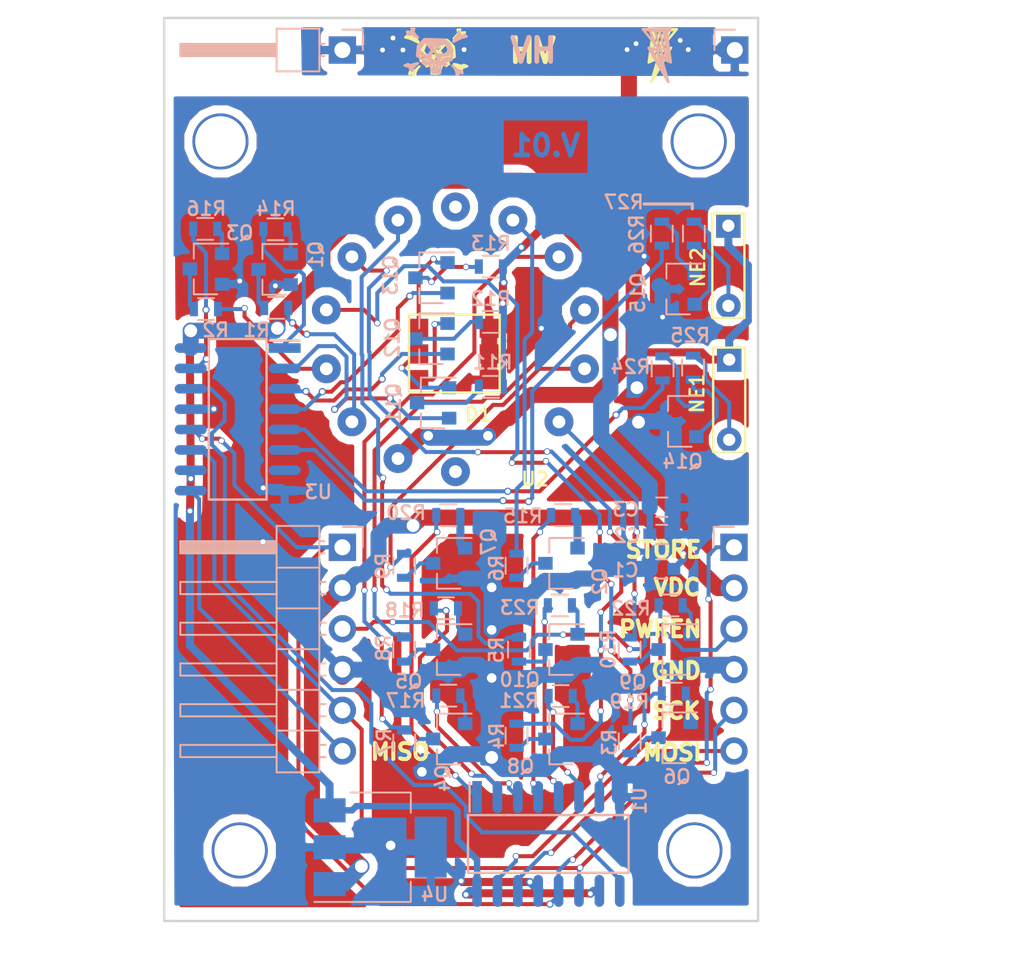
<source format=kicad_pcb>
(kicad_pcb (version 4) (host pcbnew 4.0.7)
  (layers (0 F.Cu signal) (31 B.Cu signal) (34 B.Paste user) (35 F.Paste user) (36 B.SilkS user) (37 F.SilkS user) (38 B.Mask user) (39 F.Mask user) (44 Edge.Cuts user))
  (net 0 "")
  (net 1 GND)
  (net 2 +5V)
  (net 3 "Net-(D1-Pad4)")
  (net 4 "Net-(D1-Pad2)")
  (net 5 "Net-(D1-Pad3)")
  (net 6 /MOSI)
  (net 7 /SCK)
  (net 8 /PWREN)
  (net 9 "Net-(J2-Pad1)")
  (net 10 /MOSI-OUT)
  (net 11 "Net-(Q1-Pad1)")
  (net 12 /n0)
  (net 13 "Net-(Q2-Pad1)")
  (net 14 /n5)
  (net 15 "Net-(Q3-Pad1)")
  (net 16 /n1)
  (net 17 "Net-(Q4-Pad1)")
  (net 18 /n6)
  (net 19 "Net-(Q5-Pad1)")
  (net 20 /n7)
  (net 21 "Net-(Q6-Pad1)")
  (net 22 /n2)
  (net 23 "Net-(Q7-Pad1)")
  (net 24 /n8)
  (net 25 "Net-(Q8-Pad1)")
  (net 26 /n3)
  (net 27 "Net-(Q9-Pad1)")
  (net 28 /n9)
  (net 29 "Net-(Q10-Pad1)")
  (net 30 /n4)
  (net 31 /Red)
  (net 32 /Green)
  (net 33 /Blue)
  (net 34 "Net-(Q14-Pad1)")
  (net 35 "Net-(Q14-Pad2)")
  (net 36 "Net-(R1-Pad1)")
  (net 37 "Net-(R2-Pad1)")
  (net 38 "Net-(R3-Pad1)")
  (net 39 "Net-(R4-Pad1)")
  (net 40 "Net-(R5-Pad1)")
  (net 41 "Net-(R6-Pad1)")
  (net 42 "Net-(R7-Pad1)")
  (net 43 "Net-(R8-Pad1)")
  (net 44 "Net-(R9-Pad1)")
  (net 45 "Net-(R10-Pad1)")
  (net 46 /s9)
  (net 47 /s4)
  (net 48 /s8)
  (net 49 /s3)
  (net 50 /s2)
  (net 51 /s7)
  (net 52 /s1)
  (net 53 /s6)
  (net 54 /s0)
  (net 55 /s5)
  (net 56 "Net-(U1-Pad9)")
  (net 57 "Net-(U3-Pad7)")
  (net 58 "Net-(NE1-Pad2)")
  (net 59 "Net-(NE2-Pad2)")
  (net 60 "Net-(Q15-Pad1)")
  (net 61 "Net-(Q15-Pad2)")
  (net 62 /DotU)
  (net 63 /DotD)
  (net 64 "Net-(U2-Padic)")
  (net 65 "Net-(U2-PadNC)")
  (net 66 +VDC)
  (net 67 /STORE)
  (net 68 "Net-(Q11-Pad3)")
  (net 69 "Net-(Q12-Pad3)")
  (net 70 "Net-(Q13-Pad3)")
  (module kilibs:SO16 (layer B.Cu) (at 175.435 91.795 270)
    (fp_text reference U1 (at -2.695 -5.665 450) (layer B.SilkS) (effects (font (size 0.85 0.85) (thickness 0.153)) (justify mirror)))
    (fp_text value 74HC595D hide)
    (pad 1 smd rect (at -2.925 4.445 270) (size 2 0.6) (layers B.Cu B.Paste B.Mask) (net 52 /s1))
    (pad 2 smd oval (at -2.925 3.175 270) (size 2 0.6) (layers B.Cu B.Paste B.Mask) (net 50 /s2))
    (pad 3 smd oval (at -2.925 1.905 270) (size 2 0.6) (layers B.Cu B.Paste B.Mask) (net 49 /s3))
    (pad 4 smd oval (at -2.925 0.635 270) (size 2 0.6) (layers B.Cu B.Paste B.Mask) (net 47 /s4))
    (pad 5 smd oval (at -2.925 -0.635 270) (size 2 0.6) (layers B.Cu B.Paste B.Mask) (net 55 /s5))
    (pad 6 smd oval (at -2.925 -1.905 270) (size 2 0.6) (layers B.Cu B.Paste B.Mask) (net 53 /s6))
    (pad 7 smd oval (at -2.925 -3.175 270) (size 2 0.6) (layers B.Cu B.Paste B.Mask) (net 51 /s7))
    (pad 10 smd oval (at 2.925 -3.175 270) (size 2 0.6) (layers B.Cu B.Paste B.Mask) (net 2 +5V))
    (pad 11 smd oval (at 2.925 -1.905 270) (size 2 0.6) (layers B.Cu B.Paste B.Mask) (net 7 /SCK))
    (pad 12 smd oval (at 2.925 -0.635 270) (size 2 0.6) (layers B.Cu B.Paste B.Mask) (net 67 /STORE))
    (pad 13 smd oval (at 2.925 0.635 270) (size 2 0.6) (layers B.Cu B.Paste B.Mask) (net 1 GND))
    (pad 14 smd oval (at 2.925 1.905 270) (size 2 0.6) (layers B.Cu B.Paste B.Mask) (net 6 /MOSI))
    (pad 15 smd oval (at 2.925 3.175 270) (size 2 0.6) (layers B.Cu B.Paste B.Mask) (net 54 /s0))
    (pad 16 smd oval (at 2.925 4.445 270) (size 2 0.6) (layers B.Cu B.Paste B.Mask) (net 2 +5V))
    (pad 8 smd oval (at -2.925 -4.445 270) (size 2 0.6) (layers B.Cu B.Paste B.Mask) (net 1 GND))
    (pad 9 smd oval (at 2.925 -4.445 270) (size 2 0.6) (layers B.Cu B.Paste B.Mask) (net 56 "Net-(U1-Pad9)"))
  )
  (module TO_SOT_Packages_SMD:SOT-223-3Lead_TabPin2 (layer B.Cu) (at 164.95 92)
    (fp_text reference U4 (at 3.4 2.95) (layer B.SilkS) (effects (font (size 0.85 0.85) (thickness 0.153)) (justify mirror)))
    (fp_text value ams1117-5.0)
    (pad 2 smd rect (at 3.15 0) (size 2 3.8) (layers B.Cu B.Paste B.Mask) (net 1 GND))
    (pad 2 smd rect (at -3.15 0) (size 2 1.5) (layers B.Cu B.Paste B.Mask) (net 1 GND))
    (pad 3 smd rect (at -3.15 -2.3) (size 2 1.5) (layers B.Cu B.Paste B.Mask) (net 2 +5V))
    (pad 1 smd rect (at -3.15 2.3) (size 2 1.5) (layers B.Cu B.Paste B.Mask) (net 66 +VDC))
  )
  (module Capacitors_SMD:C_0603 (layer B.Cu) (at 182.5 70.8)
    (fp_text reference C3 (at -2.24 0.14) (layer B.SilkS) (effects (font (size 0.85 0.85) (thickness 0.153)) (justify mirror)))
    (fp_text value 10uF)
    (pad 2 smd rect (at 0.75 0) (size 0.8 0.75) (layers B.Cu B.Paste B.Mask) (net 1 GND))
    (pad 1 smd rect (at -0.75 0) (size 0.8 0.75) (layers B.Cu B.Paste B.Mask) (net 2 +5V))
  )
  (module nixie-tube-fp:mountingHole (layer F.Cu) (at 184.8 48)
    (fp_text reference REF** hide)
    (fp_text value mountingHole)
    (pad 1 thru_hole circle (at 0 0) (size 3.5 3.5) (drill 3.15) (layers *.Cu *.Mask))
  )
  (module nixie-tube-fp:mountingHole (layer F.Cu) (at 155 48)
    (fp_text reference REF** hide)
    (fp_text value mountingHole)
    (pad 1 thru_hole circle (at 0 0) (size 3.5 3.5) (drill 3.15) (layers *.Cu *.Mask))
  )
  (module nixie-tube-fp:mountingHole (layer F.Cu) (at 156.2 92.2)
    (fp_text reference REF** hide)
    (fp_text value mountingHole)
    (pad 1 thru_hole circle (at 0 0) (size 3.5 3.5) (drill 3.15) (layers *.Cu *.Mask))
  )
  (module nixie-tube-fp:mountingHole (layer F.Cu) (at 184.53 92.2)
    (fp_text reference REF** hide)
    (fp_text value mountingHole)
    (pad 1 thru_hole circle (at 0 0) (size 3.5 3.5) (drill 3.15) (layers *.Cu *.Mask))
  )
  (module nixie-tube-fp:qs30-1 (layer F.Cu) (at 169.643155 60.335798)
    (fp_text reference U2 (at 4.956845 8.714202) (layer F.SilkS) (effects (font (size 0.85 0.85) (thickness 0.153))))
    (fp_text value nixie-tube)
    (pad ic thru_hole circle (at 0 -8.25 77.1429) (size 1.8 1.8) (drill 0.8) (layers *.Cu *.Mask) (net 64 "Net-(U2-Padic)"))
    (pad 6 thru_hole circle (at -3.579541 -7.432993 77.1429) (size 1.8 1.8) (drill 0.8) (layers *.Cu *.Mask) (net 40 "Net-(R5-Pad1)"))
    (pad 7 thru_hole circle (at -6.45011 -5.143791 77.1429) (size 1.8 1.8) (drill 0.8) (layers *.Cu *.Mask) (net 39 "Net-(R4-Pad1)"))
    (pad 8 thru_hole circle (at -8.043155 -1.835798 77.1429) (size 1.8 1.8) (drill 0.8) (layers *.Cu *.Mask) (net 38 "Net-(R3-Pad1)"))
    (pad 9 thru_hole circle (at -8.043155 1.835798 77.1429) (size 1.8 1.8) (drill 0.8) (layers *.Cu *.Mask) (net 37 "Net-(R2-Pad1)"))
    (pad 0 thru_hole circle (at -6.45011 5.143791 77.1429) (size 1.8 1.8) (drill 0.8) (layers *.Cu *.Mask) (net 36 "Net-(R1-Pad1)"))
    (pad A thru_hole circle (at -3.579541 7.432993 77.1429) (size 1.8 1.8) (drill 0.8) (layers *.Cu *.Mask) (net 9 "Net-(J2-Pad1)"))
    (pad NC thru_hole circle (at 0 8.25 77.1429) (size 1.8 1.8) (drill 0.8) (layers *.Cu *.Mask) (net 65 "Net-(U2-PadNC)"))
    (pad 1 thru_hole circle (at 6.45011 5.143791 77.1429) (size 1.8 1.8) (drill 0.8) (layers *.Cu *.Mask) (net 45 "Net-(R10-Pad1)"))
    (pad 2 thru_hole circle (at 8.043155 1.835798 77.1429) (size 1.8 1.8) (drill 0.8) (layers *.Cu *.Mask) (net 44 "Net-(R9-Pad1)"))
    (pad 3 thru_hole circle (at 8.043155 -1.835798 77.1429) (size 1.8 1.8) (drill 0.8) (layers *.Cu *.Mask) (net 43 "Net-(R8-Pad1)"))
    (pad 4 thru_hole circle (at 6.45011 -5.143791 77.1429) (size 1.8 1.8) (drill 0.8) (layers *.Cu *.Mask) (net 42 "Net-(R7-Pad1)"))
    (pad 5 thru_hole circle (at 3.579541 -7.432993 77.1429) (size 1.8 1.8) (drill 0.8) (layers *.Cu *.Mask) (net 41 "Net-(R6-Pad1)"))
  )
  (module TO_SOT_Packages_SMD:SOT-23 (layer B.Cu) (at 154.1 55.95 180)
    (fp_text reference Q3 (at -2.1 2.25 180) (layer B.SilkS) (effects (font (size 0.85 0.85) (thickness 0.153)) (justify mirror)))
    (fp_text value MMBTA42LT1)
    (pad 1 smd rect (at -1 0.95 180) (size 0.9 0.8) (layers B.Cu B.Paste B.Mask) (net 15 "Net-(Q3-Pad1)"))
    (pad 2 smd rect (at -1 -0.95 180) (size 0.9 0.8) (layers B.Cu B.Paste B.Mask) (net 1 GND))
    (pad 3 smd rect (at 1 0 180) (size 0.9 0.8) (layers B.Cu B.Paste B.Mask) (net 16 /n1))
  )
  (module Capacitors_SMD:C_0603 (layer B.Cu) (at 182.5 74.65 180)
    (fp_text reference C1 (at 2.27 -0.08 180) (layer B.SilkS) (effects (font (size 0.85 0.85) (thickness 0.153)) (justify mirror)))
    (fp_text value 22nF)
    (pad 2 smd rect (at 0.75 0 180) (size 0.8 0.75) (layers B.Cu B.Paste B.Mask) (net 1 GND))
    (pad 1 smd rect (at -0.75 0 180) (size 0.8 0.75) (layers B.Cu B.Paste B.Mask) (net 66 +VDC))
  )
  (module nixie-tube-fp:Rgb-Led (layer F.Cu) (at 169.65 61.2)
    (fp_text reference D1 (at 1.42 3.81) (layer F.SilkS) (effects (font (size 0.85 0.85) (thickness 0.153))))
    (fp_text value LED_CRGB)
    (pad 1 smd rect (at 2.1 -1.55) (size 1.2 1.2) (layers F.Cu F.Paste F.Mask) (net 1 GND))
    (pad 1 smd rect (at 2.1 0.05) (size 1.2 1.2) (layers F.Cu F.Paste F.Mask) (net 1 GND))
    (pad 4 smd rect (at -2.3 -1.55) (size 1.2 1.2) (layers F.Cu F.Paste F.Mask) (net 3 "Net-(D1-Pad4)"))
    (pad 2 smd rect (at -2.3 0.05) (size 1.2 1.2) (layers F.Cu F.Paste F.Mask) (net 4 "Net-(D1-Pad2)"))
    (pad 3 smd rect (at -2.3 1.65) (size 1.2 1.2) (layers F.Cu F.Paste F.Mask) (net 5 "Net-(D1-Pad3)"))
    (pad 1 smd rect (at 2.1 1.65) (size 1.2 1.2) (layers F.Cu F.Paste F.Mask) (net 1 GND))
  )
  (module Pin_Headers:Pin_Header_Angled_1x01_Pitch2.54mm (layer B.Cu) (at 162.6 42.3 180)
    (fp_text reference J4 hide)
    (fp_text value HV_OUT)
    (pad 1 thru_hole rect (at 0 0 180) (size 1.7 1.7) (drill 1) (layers *.Cu *.Mask) (net 9 "Net-(J2-Pad1)"))
  )
  (module TO_SOT_Packages_SMD:SOT-23 (layer B.Cu) (at 158.375 55.975 180)
    (fp_text reference Q1 (at -2.575 0.915 270) (layer B.SilkS) (effects (font (size 0.85 0.85) (thickness 0.153)) (justify mirror)))
    (fp_text value MMBTA42LT1)
    (pad 1 smd rect (at -1 0.95 180) (size 0.9 0.8) (layers B.Cu B.Paste B.Mask) (net 11 "Net-(Q1-Pad1)"))
    (pad 2 smd rect (at -1 -0.95 180) (size 0.9 0.8) (layers B.Cu B.Paste B.Mask) (net 1 GND))
    (pad 3 smd rect (at 1 0 180) (size 0.9 0.8) (layers B.Cu B.Paste B.Mask) (net 12 /n0))
  )
  (module TO_SOT_Packages_SMD:SOT-23 (layer B.Cu) (at 176.25 74.3 180)
    (fp_text reference Q2 (at -2.39 -1.14 270) (layer B.SilkS) (effects (font (size 0.85 0.85) (thickness 0.153)) (justify mirror)))
    (fp_text value MMBTA42LT1)
    (pad 1 smd rect (at -1 0.95 180) (size 0.9 0.8) (layers B.Cu B.Paste B.Mask) (net 13 "Net-(Q2-Pad1)"))
    (pad 2 smd rect (at -1 -0.95 180) (size 0.9 0.8) (layers B.Cu B.Paste B.Mask) (net 1 GND))
    (pad 3 smd rect (at 1 0 180) (size 0.9 0.8) (layers B.Cu B.Paste B.Mask) (net 14 /n5))
  )
  (module TO_SOT_Packages_SMD:SOT-23 (layer B.Cu) (at 169.25 85.25 180)
    (fp_text reference Q4 (at 0.4 -2.45 270) (layer B.SilkS) (effects (font (size 0.85 0.85) (thickness 0.153)) (justify mirror)))
    (fp_text value MMBTA42LT1)
    (pad 1 smd rect (at -1 0.95 180) (size 0.9 0.8) (layers B.Cu B.Paste B.Mask) (net 17 "Net-(Q4-Pad1)"))
    (pad 2 smd rect (at -1 -0.95 180) (size 0.9 0.8) (layers B.Cu B.Paste B.Mask) (net 1 GND))
    (pad 3 smd rect (at 1 0 180) (size 0.9 0.8) (layers B.Cu B.Paste B.Mask) (net 18 /n6))
  )
  (module TO_SOT_Packages_SMD:SOT-23 (layer B.Cu) (at 169.25 79.675 180)
    (fp_text reference Q5 (at 2.52 -1.985 180) (layer B.SilkS) (effects (font (size 0.85 0.85) (thickness 0.153)) (justify mirror)))
    (fp_text value MMBTA42LT1)
    (pad 1 smd rect (at -1 0.95 180) (size 0.9 0.8) (layers B.Cu B.Paste B.Mask) (net 19 "Net-(Q5-Pad1)"))
    (pad 2 smd rect (at -1 -0.95 180) (size 0.9 0.8) (layers B.Cu B.Paste B.Mask) (net 1 GND))
    (pad 3 smd rect (at 1 0 180) (size 0.9 0.8) (layers B.Cu B.Paste B.Mask) (net 20 /n7))
  )
  (module TO_SOT_Packages_SMD:SOT-23 (layer B.Cu) (at 183.3 85.175 180)
    (fp_text reference Q6 (at -0.15 -2.425 180) (layer B.SilkS) (effects (font (size 0.85 0.85) (thickness 0.153)) (justify mirror)))
    (fp_text value MMBTA42LT1)
    (pad 1 smd rect (at -1 0.95 180) (size 0.9 0.8) (layers B.Cu B.Paste B.Mask) (net 21 "Net-(Q6-Pad1)"))
    (pad 2 smd rect (at -1 -0.95 180) (size 0.9 0.8) (layers B.Cu B.Paste B.Mask) (net 1 GND))
    (pad 3 smd rect (at 1 0 180) (size 0.9 0.8) (layers B.Cu B.Paste B.Mask) (net 22 /n2))
  )
  (module TO_SOT_Packages_SMD:SOT-23 (layer B.Cu) (at 169.25 74.3 180)
    (fp_text reference Q7 (at -2.45 1.35 270) (layer B.SilkS) (effects (font (size 0.85 0.85) (thickness 0.153)) (justify mirror)))
    (fp_text value MMBTA42LT1)
    (pad 1 smd rect (at -1 0.95 180) (size 0.9 0.8) (layers B.Cu B.Paste B.Mask) (net 23 "Net-(Q7-Pad1)"))
    (pad 2 smd rect (at -1 -0.95 180) (size 0.9 0.8) (layers B.Cu B.Paste B.Mask) (net 1 GND))
    (pad 3 smd rect (at 1 0 180) (size 0.9 0.8) (layers B.Cu B.Paste B.Mask) (net 24 /n8))
  )
  (module TO_SOT_Packages_SMD:SOT-23 (layer B.Cu) (at 176.25 85.25 180)
    (fp_text reference Q8 (at 2.55 -1.7 180) (layer B.SilkS) (effects (font (size 0.85 0.85) (thickness 0.153)) (justify mirror)))
    (fp_text value MMBTA42LT1)
    (pad 1 smd rect (at -1 0.95 180) (size 0.9 0.8) (layers B.Cu B.Paste B.Mask) (net 25 "Net-(Q8-Pad1)"))
    (pad 2 smd rect (at -1 -0.95 180) (size 0.9 0.8) (layers B.Cu B.Paste B.Mask) (net 1 GND))
    (pad 3 smd rect (at 1 0 180) (size 0.9 0.8) (layers B.Cu B.Paste B.Mask) (net 26 /n3))
  )
  (module TO_SOT_Packages_SMD:SOT-23 (layer B.Cu) (at 183.3 79.675 180)
    (fp_text reference Q9 (at 2.61 -2.035 180) (layer B.SilkS) (effects (font (size 0.85 0.85) (thickness 0.153)) (justify mirror)))
    (fp_text value MMBTA42LT1)
    (pad 1 smd rect (at -1 0.95 180) (size 0.9 0.8) (layers B.Cu B.Paste B.Mask) (net 27 "Net-(Q9-Pad1)"))
    (pad 2 smd rect (at -1 -0.95 180) (size 0.9 0.8) (layers B.Cu B.Paste B.Mask) (net 1 GND))
    (pad 3 smd rect (at 1 0 180) (size 0.9 0.8) (layers B.Cu B.Paste B.Mask) (net 28 /n9))
  )
  (module TO_SOT_Packages_SMD:SOT-23 (layer B.Cu) (at 176.25 79.675 180)
    (fp_text reference Q10 (at 2.6 -1.885 180) (layer B.SilkS) (effects (font (size 0.85 0.85) (thickness 0.153)) (justify mirror)))
    (fp_text value MMBTA42LT1)
    (pad 1 smd rect (at -1 0.95 180) (size 0.9 0.8) (layers B.Cu B.Paste B.Mask) (net 29 "Net-(Q10-Pad1)"))
    (pad 2 smd rect (at -1 -0.95 180) (size 0.9 0.8) (layers B.Cu B.Paste B.Mask) (net 1 GND))
    (pad 3 smd rect (at 1 0 180) (size 0.9 0.8) (layers B.Cu B.Paste B.Mask) (net 30 /n4))
  )
  (module TO_SOT_Packages_SMD:SOT-23 (layer B.Cu) (at 168.25 64.3 180)
    (fp_text reference Q11 (at 2.46 -0.02 270) (layer B.SilkS) (effects (font (size 0.85 0.85) (thickness 0.153)) (justify mirror)))
    (fp_text value AO3400)
    (pad 1 smd rect (at -1 0.95 180) (size 0.9 0.8) (layers B.Cu B.Paste B.Mask) (net 4 "Net-(D1-Pad2)"))
    (pad 2 smd rect (at -1 -0.95 180) (size 0.9 0.8) (layers B.Cu B.Paste B.Mask) (net 31 /Red))
    (pad 3 smd rect (at 1 0 180) (size 0.9 0.8) (layers B.Cu B.Paste B.Mask) (net 68 "Net-(Q11-Pad3)"))
  )
  (module TO_SOT_Packages_SMD:SOT-23 (layer B.Cu) (at 168.15 60.3 180)
    (fp_text reference Q12 (at 2.44 0.06 270) (layer B.SilkS) (effects (font (size 0.85 0.85) (thickness 0.153)) (justify mirror)))
    (fp_text value AO3400)
    (pad 1 smd rect (at -1 0.95 180) (size 0.9 0.8) (layers B.Cu B.Paste B.Mask) (net 5 "Net-(D1-Pad3)"))
    (pad 2 smd rect (at -1 -0.95 180) (size 0.9 0.8) (layers B.Cu B.Paste B.Mask) (net 32 /Green))
    (pad 3 smd rect (at 1 0 180) (size 0.9 0.8) (layers B.Cu B.Paste B.Mask) (net 69 "Net-(Q12-Pad3)"))
  )
  (module TO_SOT_Packages_SMD:SOT-23 (layer B.Cu) (at 168.15 56.5 180)
    (fp_text reference Q13 (at 2.56 0.16 270) (layer B.SilkS) (effects (font (size 0.85 0.85) (thickness 0.153)) (justify mirror)))
    (fp_text value AO3400)
    (pad 1 smd rect (at -1 0.95 180) (size 0.9 0.8) (layers B.Cu B.Paste B.Mask) (net 3 "Net-(D1-Pad4)"))
    (pad 2 smd rect (at -1 -0.95 180) (size 0.9 0.8) (layers B.Cu B.Paste B.Mask) (net 33 /Blue))
    (pad 3 smd rect (at 1 0 180) (size 0.9 0.8) (layers B.Cu B.Paste B.Mask) (net 70 "Net-(Q13-Pad3)"))
  )
  (module TO_SOT_Packages_SMD:SOT-23 (layer B.Cu) (at 183.65 65.45 180)
    (fp_text reference Q14 (at -0.15 -2.5 360) (layer B.SilkS) (effects (font (size 0.85 0.85) (thickness 0.153)) (justify mirror)))
    (fp_text value MMBTA42LT1)
    (pad 1 smd rect (at -1 0.95 180) (size 0.9 0.8) (layers B.Cu B.Paste B.Mask) (net 34 "Net-(Q14-Pad1)"))
    (pad 2 smd rect (at -1 -0.95 180) (size 0.9 0.8) (layers B.Cu B.Paste B.Mask) (net 35 "Net-(Q14-Pad2)"))
    (pad 3 smd rect (at 1 0 180) (size 0.9 0.8) (layers B.Cu B.Paste B.Mask) (net 1 GND))
  )
  (module Resistors_SMD:R_0603 (layer B.Cu) (at 158.475 58.375 180)
    (fp_text reference R1 (at 1.225 -1.375 180) (layer B.SilkS) (effects (font (size 0.85 0.85) (thickness 0.153)) (justify mirror)))
    (fp_text value 25K)
    (pad 1 smd rect (at -0.75 0 180) (size 0.5 0.9) (layers B.Cu B.Paste B.Mask) (net 36 "Net-(R1-Pad1)"))
    (pad 2 smd rect (at 0.75 0 180) (size 0.5 0.9) (layers B.Cu B.Paste B.Mask) (net 12 /n0))
  )
  (module Resistors_SMD:R_0603 (layer B.Cu) (at 154.1 58.45 180)
    (fp_text reference R2 (at -0.6 -1.3 180) (layer B.SilkS) (effects (font (size 0.85 0.85) (thickness 0.153)) (justify mirror)))
    (fp_text value 25K)
    (pad 1 smd rect (at -0.75 0 180) (size 0.5 0.9) (layers B.Cu B.Paste B.Mask) (net 37 "Net-(R2-Pad1)"))
    (pad 2 smd rect (at 0.75 0 180) (size 0.5 0.9) (layers B.Cu B.Paste B.Mask) (net 16 /n1))
  )
  (module Resistors_SMD:R_0603 (layer B.Cu) (at 180.5 85.4 270)
    (fp_text reference R3 (at 0.06 1.26 450) (layer B.SilkS) (effects (font (size 0.85 0.85) (thickness 0.153)) (justify mirror)))
    (fp_text value 25K)
    (pad 1 smd rect (at -0.75 0 270) (size 0.5 0.9) (layers B.Cu B.Paste B.Mask) (net 38 "Net-(R3-Pad1)"))
    (pad 2 smd rect (at 0.75 0 270) (size 0.5 0.9) (layers B.Cu B.Paste B.Mask) (net 22 /n2))
  )
  (module Resistors_SMD:R_0603 (layer B.Cu) (at 173.45 74.45 270)
    (fp_text reference R6 (at 0.15 1.25 270) (layer B.SilkS) (effects (font (size 0.85 0.85) (thickness 0.153)) (justify mirror)))
    (fp_text value 25K)
    (pad 1 smd rect (at -0.75 0 270) (size 0.5 0.9) (layers B.Cu B.Paste B.Mask) (net 41 "Net-(R6-Pad1)"))
    (pad 2 smd rect (at 0.75 0 270) (size 0.5 0.9) (layers B.Cu B.Paste B.Mask) (net 14 /n5))
  )
  (module Resistors_SMD:R_0603 (layer B.Cu) (at 166.45 85.475 270)
    (fp_text reference R7 (at -0.075 1.25 450) (layer B.SilkS) (effects (font (size 0.85 0.85) (thickness 0.153)) (justify mirror)))
    (fp_text value 25K)
    (pad 1 smd rect (at -0.75 0 270) (size 0.5 0.9) (layers B.Cu B.Paste B.Mask) (net 42 "Net-(R7-Pad1)"))
    (pad 2 smd rect (at 0.75 0 270) (size 0.5 0.9) (layers B.Cu B.Paste B.Mask) (net 18 /n6))
  )
  (module Resistors_SMD:R_0603 (layer B.Cu) (at 166.45 79.675 270)
    (fp_text reference R8 (at -0.105 1.3 450) (layer B.SilkS) (effects (font (size 0.85 0.85) (thickness 0.153)) (justify mirror)))
    (fp_text value 25K)
    (pad 1 smd rect (at -0.75 0 270) (size 0.5 0.9) (layers B.Cu B.Paste B.Mask) (net 43 "Net-(R8-Pad1)"))
    (pad 2 smd rect (at 0.75 0 270) (size 0.5 0.9) (layers B.Cu B.Paste B.Mask) (net 20 /n7))
  )
  (module Resistors_SMD:R_0603 (layer B.Cu) (at 166.45 74.45 270)
    (fp_text reference R9 (at 0.02 1.32 270) (layer B.SilkS) (effects (font (size 0.85 0.85) (thickness 0.153)) (justify mirror)))
    (fp_text value 25K)
    (pad 1 smd rect (at -0.75 0 270) (size 0.5 0.9) (layers B.Cu B.Paste B.Mask) (net 44 "Net-(R9-Pad1)"))
    (pad 2 smd rect (at 0.75 0 270) (size 0.5 0.9) (layers B.Cu B.Paste B.Mask) (net 24 /n8))
  )
  (module Resistors_SMD:R_0603 (layer B.Cu) (at 180.5 79.675 270)
    (fp_text reference R10 (at -0.025 1.34 450) (layer B.SilkS) (effects (font (size 0.85 0.85) (thickness 0.153)) (justify mirror)))
    (fp_text value 25K)
    (pad 1 smd rect (at -0.75 0 270) (size 0.5 0.9) (layers B.Cu B.Paste B.Mask) (net 45 "Net-(R10-Pad1)"))
    (pad 2 smd rect (at 0.75 0 270) (size 0.5 0.9) (layers B.Cu B.Paste B.Mask) (net 28 /n9))
  )
  (module Resistors_SMD:R_0603 (layer B.Cu) (at 171.85 63.3 180)
    (fp_text reference R11 (at -0.11 1.53 180) (layer B.SilkS) (effects (font (size 0.85 0.85) (thickness 0.153)) (justify mirror)))
    (fp_text value 500)
    (pad 1 smd rect (at -0.75 0 180) (size 0.5 0.9) (layers B.Cu B.Paste B.Mask) (net 2 +5V))
    (pad 2 smd rect (at 0.75 0 180) (size 0.5 0.9) (layers B.Cu B.Paste B.Mask) (net 68 "Net-(Q11-Pad3)"))
  )
  (module Resistors_SMD:R_0603 (layer B.Cu) (at 171.85 59.25 180)
    (fp_text reference R12 (at 0 1.45 180) (layer B.SilkS) (effects (font (size 0.85 0.85) (thickness 0.153)) (justify mirror)))
    (fp_text value 500)
    (pad 1 smd rect (at -0.75 0 180) (size 0.5 0.9) (layers B.Cu B.Paste B.Mask) (net 2 +5V))
    (pad 2 smd rect (at 0.75 0 180) (size 0.5 0.9) (layers B.Cu B.Paste B.Mask) (net 69 "Net-(Q12-Pad3)"))
  )
  (module Resistors_SMD:R_0603 (layer B.Cu) (at 171.85 55.8 180)
    (fp_text reference R13 (at 0 1.45 180) (layer B.SilkS) (effects (font (size 0.85 0.85) (thickness 0.153)) (justify mirror)))
    (fp_text value 500)
    (pad 1 smd rect (at -0.75 0 180) (size 0.5 0.9) (layers B.Cu B.Paste B.Mask) (net 2 +5V))
    (pad 2 smd rect (at 0.75 0 180) (size 0.5 0.9) (layers B.Cu B.Paste B.Mask) (net 70 "Net-(Q13-Pad3)"))
  )
  (module Resistors_SMD:R_0603 (layer B.Cu) (at 158.425 53.475 180)
    (fp_text reference R14 (at -0.025 1.275 180) (layer B.SilkS) (effects (font (size 0.85 0.85) (thickness 0.153)) (justify mirror)))
    (fp_text value 80k)
    (pad 1 smd rect (at -0.75 0 180) (size 0.5 0.9) (layers B.Cu B.Paste B.Mask) (net 11 "Net-(Q1-Pad1)"))
    (pad 2 smd rect (at 0.75 0 180) (size 0.5 0.9) (layers B.Cu B.Paste B.Mask) (net 46 /s9))
  )
  (module Resistors_SMD:R_0603 (layer B.Cu) (at 176.35 71.3)
    (fp_text reference R15 (at -2.51 0.05) (layer B.SilkS) (effects (font (size 0.85 0.85) (thickness 0.153)) (justify mirror)))
    (fp_text value R)
    (pad 1 smd rect (at -0.75 0) (size 0.5 0.9) (layers B.Cu B.Paste B.Mask) (net 47 /s4))
    (pad 2 smd rect (at 0.75 0) (size 0.5 0.9) (layers B.Cu B.Paste B.Mask) (net 13 "Net-(Q2-Pad1)"))
  )
  (module Resistors_SMD:R_0603 (layer B.Cu) (at 154.05 53.45)
    (fp_text reference R16 (at 0.07 -1.26) (layer B.SilkS) (effects (font (size 0.85 0.85) (thickness 0.153)) (justify mirror)))
    (fp_text value R)
    (pad 1 smd rect (at -0.75 0) (size 0.5 0.9) (layers B.Cu B.Paste B.Mask) (net 48 /s8))
    (pad 2 smd rect (at 0.75 0) (size 0.5 0.9) (layers B.Cu B.Paste B.Mask) (net 15 "Net-(Q3-Pad1)"))
  )
  (module Resistors_SMD:R_0603 (layer B.Cu) (at 169.2 82.55)
    (fp_text reference R17 (at -2.66 0.31) (layer B.SilkS) (effects (font (size 0.85 0.85) (thickness 0.153)) (justify mirror)))
    (fp_text value R)
    (pad 1 smd rect (at -0.75 0) (size 0.5 0.9) (layers B.Cu B.Paste B.Mask) (net 49 /s3))
    (pad 2 smd rect (at 0.75 0) (size 0.5 0.9) (layers B.Cu B.Paste B.Mask) (net 17 "Net-(Q4-Pad1)"))
  )
  (module Resistors_SMD:R_0603 (layer B.Cu) (at 169.05 77.1)
    (fp_text reference R18 (at -2.57 0.125) (layer B.SilkS) (effects (font (size 0.85 0.85) (thickness 0.153)) (justify mirror)))
    (fp_text value R)
    (pad 1 smd rect (at -0.75 0) (size 0.5 0.9) (layers B.Cu B.Paste B.Mask) (net 50 /s2))
    (pad 2 smd rect (at 0.75 0) (size 0.5 0.9) (layers B.Cu B.Paste B.Mask) (net 19 "Net-(Q5-Pad1)"))
  )
  (module Resistors_SMD:R_0603 (layer B.Cu) (at 183.25 82.425)
    (fp_text reference R19 (at -2.77 0.485) (layer B.SilkS) (effects (font (size 0.85 0.85) (thickness 0.153)) (justify mirror)))
    (fp_text value R)
    (pad 1 smd rect (at -0.75 0) (size 0.5 0.9) (layers B.Cu B.Paste B.Mask) (net 51 /s7))
    (pad 2 smd rect (at 0.75 0) (size 0.5 0.9) (layers B.Cu B.Paste B.Mask) (net 21 "Net-(Q6-Pad1)"))
  )
  (module Resistors_SMD:R_0603 (layer B.Cu) (at 169.2 71.3)
    (fp_text reference R20 (at -2.63 -0.15) (layer B.SilkS) (effects (font (size 0.85 0.85) (thickness 0.153)) (justify mirror)))
    (fp_text value R)
    (pad 1 smd rect (at -0.75 0) (size 0.5 0.9) (layers B.Cu B.Paste B.Mask) (net 52 /s1))
    (pad 2 smd rect (at 0.75 0) (size 0.5 0.9) (layers B.Cu B.Paste B.Mask) (net 23 "Net-(Q7-Pad1)"))
  )
  (module Resistors_SMD:R_0603 (layer B.Cu) (at 176.2 82.575)
    (fp_text reference R21 (at -2.6 0.285) (layer B.SilkS) (effects (font (size 0.85 0.85) (thickness 0.153)) (justify mirror)))
    (fp_text value R)
    (pad 1 smd rect (at -0.75 0) (size 0.5 0.9) (layers B.Cu B.Paste B.Mask) (net 53 /s6))
    (pad 2 smd rect (at 0.75 0) (size 0.5 0.9) (layers B.Cu B.Paste B.Mask) (net 25 "Net-(Q8-Pad1)"))
  )
  (module Resistors_SMD:R_0603 (layer B.Cu) (at 183.05 76.925)
    (fp_text reference R22 (at -2.48 0.185) (layer B.SilkS) (effects (font (size 0.85 0.85) (thickness 0.153)) (justify mirror)))
    (fp_text value R)
    (pad 1 smd rect (at -0.75 0) (size 0.5 0.9) (layers B.Cu B.Paste B.Mask) (net 54 /s0))
    (pad 2 smd rect (at 0.75 0) (size 0.5 0.9) (layers B.Cu B.Paste B.Mask) (net 27 "Net-(Q9-Pad1)"))
  )
  (module Resistors_SMD:R_0603 (layer B.Cu) (at 176.15 76.925)
    (fp_text reference R23 (at -2.5 0.135) (layer B.SilkS) (effects (font (size 0.85 0.85) (thickness 0.153)) (justify mirror)))
    (fp_text value R)
    (pad 1 smd rect (at -0.75 0) (size 0.5 0.9) (layers B.Cu B.Paste B.Mask) (net 55 /s5))
    (pad 2 smd rect (at 0.75 0) (size 0.5 0.9) (layers B.Cu B.Paste B.Mask) (net 29 "Net-(Q10-Pad1)"))
  )
  (module Resistors_SMD:R_0603 (layer B.Cu) (at 182.55 62.15 90)
    (fp_text reference R24 (at 0.1 -2 360) (layer B.SilkS) (effects (font (size 0.85 0.85) (thickness 0.153)) (justify mirror)))
    (fp_text value R)
    (pad 1 smd rect (at -0.75 0 90) (size 0.5 0.9) (layers B.Cu B.Paste B.Mask) (net 62 /DotU))
    (pad 2 smd rect (at 0.75 0 90) (size 0.5 0.9) (layers B.Cu B.Paste B.Mask) (net 34 "Net-(Q14-Pad1)"))
  )
  (module Resistors_SMD:R_0603 (layer B.Cu) (at 184.45 62.1 270)
    (fp_text reference R25 (at -2.01 0.18 360) (layer B.SilkS) (effects (font (size 0.85 0.85) (thickness 0.153)) (justify mirror)))
    (fp_text value 400k)
    (pad 1 smd rect (at -0.75 0 270) (size 0.5 0.9) (layers B.Cu B.Paste B.Mask) (net 58 "Net-(NE1-Pad2)"))
    (pad 2 smd rect (at 0.75 0 270) (size 0.5 0.9) (layers B.Cu B.Paste B.Mask) (net 35 "Net-(Q14-Pad2)"))
  )
  (module kilibs:SO16 (layer B.Cu) (at 156.075 65.325 180)
    (fp_text reference U3 (at -5.025 -4.525 360) (layer B.SilkS) (effects (font (size 0.85 0.85) (thickness 0.153)) (justify mirror)))
    (fp_text value 74HC595D hide)
    (pad 1 smd rect (at -2.925 4.445 180) (size 2 0.6) (layers B.Cu B.Paste B.Mask) (net 46 /s9))
    (pad 2 smd oval (at -2.925 3.175 180) (size 2 0.6) (layers B.Cu B.Paste B.Mask) (net 31 /Red))
    (pad 3 smd oval (at -2.925 1.905 180) (size 2 0.6) (layers B.Cu B.Paste B.Mask) (net 32 /Green))
    (pad 4 smd oval (at -2.925 0.635 180) (size 2 0.6) (layers B.Cu B.Paste B.Mask) (net 33 /Blue))
    (pad 5 smd oval (at -2.925 -0.635 180) (size 2 0.6) (layers B.Cu B.Paste B.Mask) (net 62 /DotU))
    (pad 6 smd oval (at -2.925 -1.905 180) (size 2 0.6) (layers B.Cu B.Paste B.Mask) (net 63 /DotD))
    (pad 7 smd oval (at -2.925 -3.175 180) (size 2 0.6) (layers B.Cu B.Paste B.Mask) (net 57 "Net-(U3-Pad7)"))
    (pad 10 smd oval (at 2.925 -3.175 180) (size 2 0.6) (layers B.Cu B.Paste B.Mask) (net 2 +5V))
    (pad 11 smd oval (at 2.925 -1.905 180) (size 2 0.6) (layers B.Cu B.Paste B.Mask) (net 7 /SCK))
    (pad 12 smd oval (at 2.925 -0.635 180) (size 2 0.6) (layers B.Cu B.Paste B.Mask) (net 67 /STORE))
    (pad 13 smd oval (at 2.925 0.635 180) (size 2 0.6) (layers B.Cu B.Paste B.Mask) (net 1 GND))
    (pad 14 smd oval (at 2.925 1.905 180) (size 2 0.6) (layers B.Cu B.Paste B.Mask) (net 56 "Net-(U1-Pad9)"))
    (pad 15 smd oval (at 2.925 3.175 180) (size 2 0.6) (layers B.Cu B.Paste B.Mask) (net 48 /s8))
    (pad 16 smd oval (at 2.925 4.445 180) (size 2 0.6) (layers B.Cu B.Paste B.Mask) (net 2 +5V))
    (pad 8 smd oval (at -2.925 -4.445 180) (size 2 0.6) (layers B.Cu B.Paste B.Mask) (net 1 GND))
    (pad 9 smd oval (at 2.925 -4.445 180) (size 2 0.6) (layers B.Cu B.Paste B.Mask) (net 10 /MOSI-OUT))
  )
  (module TO_SOT_Packages_SMD:SOT-23 (layer B.Cu) (at 183.55 57.2 180)
    (fp_text reference Q15 (at 2.54 -0.24 270) (layer B.SilkS) (effects (font (size 0.85 0.85) (thickness 0.153)) (justify mirror)))
    (fp_text value MMBTA42LT1)
    (pad 1 smd rect (at -1 0.95 180) (size 0.9 0.8) (layers B.Cu B.Paste B.Mask) (net 60 "Net-(Q15-Pad1)"))
    (pad 2 smd rect (at -1 -0.95 180) (size 0.9 0.8) (layers B.Cu B.Paste B.Mask) (net 61 "Net-(Q15-Pad2)"))
    (pad 3 smd rect (at 1 0 180) (size 0.9 0.8) (layers B.Cu B.Paste B.Mask) (net 1 GND))
  )
  (module Resistors_SMD:R_0603 (layer B.Cu) (at 182.5 53.75 90)
    (fp_text reference R26 (at -0.04 -1.57 270) (layer B.SilkS) (effects (font (size 0.85 0.85) (thickness 0.153)) (justify mirror)))
    (fp_text value R)
    (pad 1 smd rect (at -0.75 0 90) (size 0.5 0.9) (layers B.Cu B.Paste B.Mask) (net 63 /DotD))
    (pad 2 smd rect (at 0.75 0 90) (size 0.5 0.9) (layers B.Cu B.Paste B.Mask) (net 60 "Net-(Q15-Pad1)"))
  )
  (module Resistors_SMD:R_0603 (layer B.Cu) (at 184.5 53.75 270)
    (fp_text reference R27 (at -1.97 4.37 360) (layer B.SilkS) (effects (font (size 0.85 0.85) (thickness 0.153)) (justify mirror)))
    (fp_text value 400k)
    (pad 1 smd rect (at -0.75 0 270) (size 0.5 0.9) (layers B.Cu B.Paste B.Mask) (net 59 "Net-(NE2-Pad2)"))
    (pad 2 smd rect (at 0.75 0 270) (size 0.5 0.9) (layers B.Cu B.Paste B.Mask) (net 61 "Net-(Q15-Pad2)"))
  )
  (module Pin_Headers:Pin_Header_Angled_1x06_Pitch2.54mm (layer B.Cu) (at 162.6 73.3 180)
    (fp_text reference J1 hide)
    (fp_text value Conn_01x06_Male)
    (pad 1 thru_hole rect (at 0 0 180) (size 1.7 1.7) (drill 1) (layers *.Cu *.Mask) (net 67 /STORE))
    (pad 2 thru_hole oval (at 0 -2.54 180) (size 1.7 1.7) (drill 1) (layers *.Cu *.Mask) (net 66 +VDC))
    (pad 3 thru_hole oval (at 0 -5.08 180) (size 1.7 1.7) (drill 1) (layers *.Cu *.Mask) (net 8 /PWREN))
    (pad 4 thru_hole oval (at 0 -7.62 180) (size 1.7 1.7) (drill 1) (layers *.Cu *.Mask) (net 1 GND))
    (pad 5 thru_hole oval (at 0 -10.16 180) (size 1.7 1.7) (drill 1) (layers *.Cu *.Mask) (net 7 /SCK))
    (pad 6 thru_hole oval (at 0 -12.7 180) (size 1.7 1.7) (drill 1) (layers *.Cu *.Mask) (net 10 /MOSI-OUT))
  )
  (module Capacitors_SMD:C_0603 (layer B.Cu) (at 182.5 72.5)
    (fp_text reference C2 (at -2.17 0.08) (layer B.SilkS) (effects (font (size 0.85 0.85) (thickness 0.153)) (justify mirror)))
    (fp_text value 10uF)
    (pad 2 smd rect (at 0.75 0) (size 0.8 0.75) (layers B.Cu B.Paste B.Mask) (net 1 GND))
    (pad 1 smd rect (at -0.75 0) (size 0.8 0.75) (layers B.Cu B.Paste B.Mask) (net 2 +5V))
  )
  (module Resistors_SMD:R_0603 (layer B.Cu) (at 173.45 85.05 270)
    (fp_text reference R4 (at 0.02 1.23 450) (layer B.SilkS) (effects (font (size 0.85 0.85) (thickness 0.153)) (justify mirror)))
    (fp_text value 25K)
    (pad 1 smd rect (at -0.75 0 270) (size 0.5 0.9) (layers B.Cu B.Paste B.Mask) (net 39 "Net-(R4-Pad1)"))
    (pad 2 smd rect (at 0.75 0 270) (size 0.5 0.9) (layers B.Cu B.Paste B.Mask) (net 26 /n3))
  )
  (module Resistors_SMD:R_0603 (layer B.Cu) (at 173.6 79.675 270)
    (fp_text reference R5 (at 0.025 1.4 450) (layer B.SilkS) (effects (font (size 0.85 0.85) (thickness 0.153)) (justify mirror)))
    (fp_text value 25K)
    (pad 1 smd rect (at -0.75 0 270) (size 0.5 0.9) (layers B.Cu B.Paste B.Mask) (net 40 "Net-(R5-Pad1)"))
    (pad 2 smd rect (at 0.75 0 270) (size 0.5 0.9) (layers B.Cu B.Paste B.Mask) (net 30 /n4))
  )
  (module nixie-tube-fp:Socket_Strip_Angled_1x01_Pitch2.54mm_without_silk (layer B.Cu) (at 187.05 42.3 180)
    (fp_text reference J2 hide)
    (fp_text value HV_IN)
    (pad 1 thru_hole rect (at 0 0 180) (size 1.7 1.7) (drill 1) (layers *.Cu *.Mask) (net 9 "Net-(J2-Pad1)"))
  )
  (module nixie-tube-fp:Socket_Strip_Angled_1x06_Pitch2.54mm_without_silk (layer B.Cu) (at 187 73.3 180)
    (fp_text reference J3 hide)
    (fp_text value Conn_01x06_Female)
    (pad 1 thru_hole rect (at 0 0 180) (size 1.7 1.7) (drill 1) (layers *.Cu *.Mask) (net 67 /STORE))
    (pad 2 thru_hole oval (at 0 -2.54 180) (size 1.7 1.7) (drill 1) (layers *.Cu *.Mask) (net 66 +VDC))
    (pad 3 thru_hole oval (at 0 -5.08 180) (size 1.7 1.7) (drill 1) (layers *.Cu *.Mask) (net 8 /PWREN))
    (pad 4 thru_hole oval (at 0 -7.62 180) (size 1.7 1.7) (drill 1) (layers *.Cu *.Mask) (net 1 GND))
    (pad 5 thru_hole oval (at 0 -10.16 180) (size 1.7 1.7) (drill 1) (layers *.Cu *.Mask) (net 7 /SCK))
    (pad 6 thru_hole oval (at 0 -12.7 180) (size 1.7 1.7) (drill 1) (layers *.Cu *.Mask) (net 6 /MOSI))
  )
  (module nixie-tube-fp:neon-tube (layer F.Cu) (at 186.7 61.6 270)
    (fp_text reference NE1 (at 2.1 2 450) (layer F.SilkS) (effects (font (size 0.85 0.85) (thickness 0.153))))
    (fp_text value Lamp_Neon_Up)
    (pad 1 thru_hole rect (at 0 0 270) (size 1.524 1.524) (drill 0.762) (layers *.Cu *.Mask) (net 9 "Net-(J2-Pad1)"))
    (pad 2 thru_hole circle (at 5 0 270) (size 1.524 1.524) (drill 0.762) (layers *.Cu *.Mask) (net 58 "Net-(NE1-Pad2)"))
  )
  (module nixie-tube-fp:neon-tube (layer F.Cu) (at 186.65 53.25 270)
    (fp_text reference NE2 (at 2.6 1.9 270) (layer F.SilkS) (effects (font (size 0.85 0.85) (thickness 0.153))))
    (fp_text value Lamp_Neon_Down)
    (pad 1 thru_hole rect (at 0 0 270) (size 1.524 1.524) (drill 0.762) (layers *.Cu *.Mask) (net 9 "Net-(J2-Pad1)"))
    (pad 2 thru_hole circle (at 5 0 270) (size 1.524 1.524) (drill 0.762) (layers *.Cu *.Mask) (net 59 "Net-(NE2-Pad2)"))
  )
  (module nixie-tube-fp:skull (layer F.Cu) (at 168.55 42.85)
    (fp_text reference Z? hide)
    (fp_text value skull)
  )
  (module nixie-tube-fp:lightning (layer F.Cu) (at 182.45 42.45)
    (fp_text reference Z? hide)
    (fp_text value lightning)
  )
  (module nixie-tube-fp:skull (layer B.Cu) (at 168.3 42.8 180)
    (fp_text reference Z? hide)
    (fp_text value skull)
  )
  (module nixie-tube-fp:lightning (layer B.Cu) (at 182.3 42.45 180)
    (fp_text reference Z? hide)
    (fp_text value lightning)
  )
  (gr_line (start 181.4 51.9) (end 184.4 51.9) (layer B.SilkS) (width 0.2))
  (gr_text HV (at 174.45 42.35) (layer F.SilkS) (effects (font (size 1.5 1.5) (thickness 0.3))))
  (gr_text MISO (at 166.2 86.05) (layer F.SilkS) (effects (font (size 1 1) (thickness 0.25))))
  (gr_text MOSI (at 183.15 86.1) (layer F.SilkS) (effects (font (size 1 1) (thickness 0.25))))
  (gr_text SCK (at 183.4 83.5) (layer F.SilkS) (effects (font (size 1 1) (thickness 0.25))))
  (gr_text GND (at 183.4 81) (layer F.SilkS) (effects (font (size 1 1) (thickness 0.25))))
  (gr_text PWREN (at 182.4 78.4) (layer F.SilkS) (effects (font (size 1 1) (thickness 0.25))))
  (gr_text VDC (at 183.45 75.8) (layer F.SilkS) (effects (font (size 1 1) (thickness 0.25))))
  (gr_text STORE (at 182.6 73.45) (layer F.SilkS) (effects (font (size 1 1) (thickness 0.25))))
  (gr_text HV (at 174.5 42.33) (layer B.SilkS) (effects (font (size 1.5 1.5) (thickness 0.3)) (justify mirror)))
  (gr_line (start 184.4 51.9) (end 184.4 52.2) (layer B.SilkS) (width 0.2))
  (gr_text V.01 (at 175.26 48.26) (layer B.Cu) (effects (font (size 1.3 1.3) (thickness 0.3)) (justify mirror)))
  (gr_line (start 151.5 40.3) (end 152 40.3) (layer Edge.Cuts) (width 0.15))
  (gr_line (start 151.5 72.75) (end 151.5 40.3) (layer Edge.Cuts) (width 0.15))
  (gr_line (start 151.51 96.6) (end 152.01 96.6) (layer Edge.Cuts) (width 0.15))
  (gr_line (start 151.5 72.75) (end 151.5 96.6) (layer Edge.Cuts) (width 0.15))
  (gr_line (start 188.5 40.3) (end 188.5 96.6) (layer Edge.Cuts) (width 0.15))
  (gr_line (start 152 40.3) (end 188.5 40.3) (layer Edge.Cuts) (width 0.15))
  (gr_line (start 152 96.6) (end 188.5 96.6) (layer Edge.Cuts) (width 0.15))
  (segment (start 157.66 69.6) (end 158.83 69.6) (width 0.5) (layer B.Cu) (net 1))
  (segment (start 158.83 69.6) (end 159 69.77) (width 0.5) (layer B.Cu) (net 1))
  (segment (start 157.649996 73.270319) (end 157.649996 72.95) (width 0.5) (layer B.Cu) (net 1))
  (segment (start 157.649996 75.969996) (end 157.649996 73.270319) (width 0.5) (layer B.Cu) (net 1))
  (segment (start 162.6 80.92) (end 157.649996 75.969996) (width 0.5) (layer B.Cu) (net 1))
  (segment (start 157.66 72.939996) (end 157.649996 72.95) (width 0.5) (layer F.Cu) (net 1))
  (segment (start 157.66 69.6) (end 157.66 72.939996) (width 0.5) (layer F.Cu) (net 1))
  (via (at 157.649996 72.95) (size 0.453) (drill 0.3) (layers F.Cu B.Cu) (net 1))
  (segment (start 169.773501 93.873501) (end 170 94.1) (width 0.5) (layer B.Cu) (net 1))
  (segment (start 168.1 92.2) (end 169.773501 93.873501) (width 0.5) (layer B.Cu) (net 1))
  (segment (start 168.1 92) (end 168.1 92.2) (width 0.5) (layer B.Cu) (net 1))
  (segment (start 170.06849 94.16849) (end 170 94.1) (width 0.5) (layer F.Cu) (net 1))
  (segment (start 174.28001 94.16849) (end 170.06849 94.16849) (width 0.5) (layer F.Cu) (net 1))
  (via (at 170 94.1) (size 0.453) (drill 0.3) (layers F.Cu B.Cu) (net 1))
  (segment (start 161.913371 91.886629) (end 164.896264 91.886629) (width 1) (layer B.Cu) (net 1))
  (segment (start 168.1 92) (end 165.716741 92) (width 1) (layer B.Cu) (net 1))
  (segment (start 166.103369 91.38663) (end 165.60337 91.886629) (width 1) (layer F.Cu) (net 1))
  (segment (start 167.55 89.939999) (end 166.103369 91.38663) (width 1) (layer F.Cu) (net 1))
  (segment (start 161.8 92) (end 161.913371 91.886629) (width 1) (layer B.Cu) (net 1))
  (via (at 165.60337 91.886629) (size 1) (drill 0.6) (layers F.Cu B.Cu) (net 1))
  (segment (start 165.716741 92) (end 165.60337 91.886629) (width 1) (layer B.Cu) (net 1))
  (segment (start 164.896264 91.886629) (end 165.60337 91.886629) (width 1) (layer B.Cu) (net 1))
  (segment (start 167.55 87.3) (end 167.55 89.939999) (width 1) (layer F.Cu) (net 1))
  (segment (start 167.55 87.3) (end 168.257106 87.3) (width 1) (layer B.Cu) (net 1))
  (segment (start 168.257106 87.3) (end 169.357106 86.2) (width 1) (layer B.Cu) (net 1))
  (segment (start 169.357106 86.2) (end 170.25 86.2) (width 1) (layer B.Cu) (net 1))
  (via (at 167.55 87.3) (size 1) (drill 0.6) (layers F.Cu B.Cu) (net 1))
  (segment (start 170.25 80.625) (end 171.075 80.625) (width 1) (layer B.Cu) (net 1))
  (segment (start 171.075 80.625) (end 171.9 81.45) (width 1) (layer B.Cu) (net 1))
  (segment (start 174.809987 81.255011) (end 174.614998 81.45) (width 1) (layer B.Cu) (net 1))
  (segment (start 174.614998 81.45) (end 171.9 81.45) (width 1) (layer B.Cu) (net 1))
  (segment (start 171.9 75.8) (end 171.9 78.45) (width 1) (layer B.Cu) (net 1))
  (via (at 171.9 78.45) (size 1) (drill 0.6) (layers F.Cu B.Cu) (net 1))
  (segment (start 170.25 75.25) (end 171.35 75.25) (width 1) (layer B.Cu) (net 1))
  (segment (start 171.35 75.25) (end 171.9 75.8) (width 1) (layer B.Cu) (net 1))
  (segment (start 174.310003 76.299999) (end 172.399999 76.299999) (width 1) (layer B.Cu) (net 1))
  (segment (start 175.210001 75.400001) (end 174.310003 76.299999) (width 1) (layer B.Cu) (net 1))
  (segment (start 177.099999 75.400001) (end 175.210001 75.400001) (width 1) (layer B.Cu) (net 1))
  (segment (start 172.399999 76.299999) (end 171.9 75.8) (width 1) (layer B.Cu) (net 1))
  (via (at 171.9 75.8) (size 1) (drill 0.6) (layers F.Cu B.Cu) (net 1))
  (segment (start 177.25 75.25) (end 177.099999 75.400001) (width 1) (layer B.Cu) (net 1))
  (segment (start 171.9 81.45) (end 171.9 75.8) (width 1) (layer F.Cu) (net 1))
  (segment (start 171.9 86.4) (end 171.9 82.032106) (width 1) (layer F.Cu) (net 1))
  (segment (start 171.9 82.032106) (end 171.9 81.45) (width 1) (layer F.Cu) (net 1))
  (segment (start 171.9 82.157106) (end 171.9 81.45) (width 1) (layer B.Cu) (net 1))
  (segment (start 171.9 86) (end 171.9 82.157106) (width 1) (layer B.Cu) (net 1))
  (segment (start 171.7 86.2) (end 171.9 86) (width 1) (layer B.Cu) (net 1))
  (via (at 171.9 81.45) (size 1) (drill 0.6) (layers F.Cu B.Cu) (net 1))
  (via (at 171.9 86.4) (size 1) (drill 0.8) (layers F.Cu B.Cu) (net 1))
  (segment (start 180.95 65.4) (end 181.05 65.5) (width 1) (layer F.Cu) (net 1))
  (segment (start 181.1 65.45) (end 181.05 65.5) (width 1) (layer B.Cu) (net 1))
  (via (at 181.05 65.5) (size 1) (drill 0.8) (layers F.Cu B.Cu) (net 1))
  (segment (start 180.95 63.35) (end 180.95 65.4) (width 1) (layer F.Cu) (net 1))
  (segment (start 182.65 65.45) (end 181.1 65.45) (width 1) (layer B.Cu) (net 1))
  (segment (start 180.95 62.642894) (end 180.95 63.35) (width 1) (layer B.Cu) (net 1))
  (segment (start 180.95 60.549998) (end 180.95 62.642894) (width 1) (layer B.Cu) (net 1))
  (segment (start 182.549998 58.95) (end 180.95 60.549998) (width 1) (layer B.Cu) (net 1))
  (via (at 180.95 63.35) (size 1) (drill 0.8) (layers F.Cu B.Cu) (net 1))
  (segment (start 182.549998 58.629681) (end 182.549998 58.95) (width 0.5) (layer F.Cu) (net 1))
  (segment (start 182.549998 56.299998) (end 182.549998 58.629681) (width 0.5) (layer F.Cu) (net 1))
  (segment (start 181.4 55.15) (end 182.549998 56.299998) (width 0.5) (layer F.Cu) (net 1))
  (segment (start 182.55 58.949998) (end 182.549998 58.95) (width 1) (layer B.Cu) (net 1))
  (segment (start 182.55 57.2) (end 182.55 58.949998) (width 1) (layer B.Cu) (net 1))
  (via (at 182.549998 58.95) (size 0.453) (drill 0.3) (layers F.Cu B.Cu) (net 1))
  (segment (start 179.038308 55.15) (end 181.079681 55.15) (width 0.5) (layer B.Cu) (net 1))
  (segment (start 175 59.65) (end 175 59.188308) (width 0.5) (layer B.Cu) (net 1))
  (via (at 181.4 55.15) (size 0.453) (drill 0.3) (layers F.Cu B.Cu) (net 1))
  (segment (start 181.079681 55.15) (end 181.4 55.15) (width 0.5) (layer B.Cu) (net 1))
  (segment (start 175 59.188308) (end 179.038308 55.15) (width 0.5) (layer B.Cu) (net 1))
  (segment (start 158.142158 57) (end 158.425 57) (width 0.5) (layer F.Cu) (net 1))
  (segment (start 155.787998 57) (end 158.142158 57) (width 0.5) (layer F.Cu) (net 1))
  (segment (start 155.149999 58.362001) (end 155.149999 57.637999) (width 0.5) (layer F.Cu) (net 1))
  (segment (start 155.249999 58.462001) (end 155.149999 58.362001) (width 0.5) (layer F.Cu) (net 1))
  (segment (start 155.249999 64.020001) (end 155.249999 58.462001) (width 0.5) (layer F.Cu) (net 1))
  (segment (start 154.59 64.68) (end 155.249999 64.020001) (width 0.5) (layer F.Cu) (net 1))
  (segment (start 155.149999 57.637999) (end 155.787998 57) (width 0.5) (layer F.Cu) (net 1))
  (segment (start 156.122927 56.74998) (end 156.15002 56.74998) (width 0.5) (layer B.Cu) (net 1))
  (segment (start 156.05 56.9) (end 156.2 56.75) (width 0.5) (layer B.Cu) (net 1))
  (segment (start 156.15002 56.74998) (end 156.2 56.7) (width 0.5) (layer B.Cu) (net 1))
  (segment (start 156.2 56.75) (end 156.2 56.7) (width 0.5) (layer B.Cu) (net 1))
  (via (at 156.2 56.7) (size 0.453) (drill 0.3) (layers F.Cu B.Cu) (net 1))
  (segment (start 155.1 56.9) (end 156.05 56.9) (width 0.5) (layer B.Cu) (net 1))
  (segment (start 171.75 59.65) (end 175 59.65) (width 0.5) (layer F.Cu) (net 1))
  (via (at 175 59.65) (size 0.453) (drill 0.3) (layers F.Cu B.Cu) (net 1))
  (segment (start 154.59 64.68) (end 153.16 64.68) (width 0.5) (layer B.Cu) (net 1))
  (segment (start 153.16 64.68) (end 153.15 64.69) (width 0.5) (layer B.Cu) (net 1))
  (segment (start 157.66 69.6) (end 157.66 68.25) (width 0.5) (layer F.Cu) (net 1))
  (segment (start 157.66 68.25) (end 154.59 65.18) (width 0.5) (layer F.Cu) (net 1))
  (segment (start 154.59 65.18) (end 154.59 64.68) (width 0.5) (layer F.Cu) (net 1))
  (segment (start 176.619989 81.255011) (end 174.809987 81.255011) (width 1) (layer B.Cu) (net 1))
  (segment (start 177.25 80.625) (end 176.619989 81.255011) (width 1) (layer B.Cu) (net 1))
  (segment (start 177.25 80.625) (end 178.7 80.625) (width 1) (layer B.Cu) (net 1))
  (segment (start 178.7 80.625) (end 180.005002 81.930002) (width 1) (layer B.Cu) (net 1))
  (segment (start 180.005002 81.930002) (end 181.034996 81.930002) (width 1) (layer B.Cu) (net 1))
  (segment (start 181.034996 81.930002) (end 181.964998 81) (width 1) (layer B.Cu) (net 1))
  (segment (start 181.964998 81) (end 183.925 81) (width 1) (layer B.Cu) (net 1))
  (segment (start 183.925 81) (end 184.3 80.625) (width 1) (layer B.Cu) (net 1))
  (segment (start 183.25 72.5) (end 183.15 73) (width 1) (layer B.Cu) (net 1))
  (segment (start 183.15 73) (end 183.25 66.05) (width 1) (layer B.Cu) (net 1))
  (segment (start 181.75 74.65) (end 181.75 74.114998) (width 1) (layer B.Cu) (net 1))
  (segment (start 182.575001 73.574999) (end 183.15 73) (width 1) (layer B.Cu) (net 1))
  (segment (start 181.75 74.114998) (end 182.289999 73.574999) (width 1) (layer B.Cu) (net 1))
  (segment (start 182.289999 73.574999) (end 182.575001 73.574999) (width 1) (layer B.Cu) (net 1))
  (segment (start 178.92363 74.65) (end 181.75 74.65) (width 1) (layer B.Cu) (net 1))
  (segment (start 178.32363 75.25) (end 178.92363 74.65) (width 1) (layer B.Cu) (net 1))
  (segment (start 175.25 87.12) (end 172.62 87.12) (width 1) (layer B.Cu) (net 1))
  (segment (start 170.25 86.2) (end 171.7 86.2) (width 1) (layer B.Cu) (net 1))
  (segment (start 171.7 86.2) (end 172.62 87.12) (width 1) (layer B.Cu) (net 1))
  (segment (start 177.25 86.2) (end 176.17 86.2) (width 1) (layer B.Cu) (net 1))
  (segment (start 176.17 86.2) (end 175.25 87.12) (width 1) (layer B.Cu) (net 1))
  (segment (start 162.6 80.93) (end 164.23 80.93) (width 1) (layer B.Cu) (net 1))
  (segment (start 165.3 82) (end 167.1 82) (width 1) (layer B.Cu) (net 1))
  (segment (start 164.23 80.93) (end 165.3 82) (width 1) (layer B.Cu) (net 1))
  (segment (start 169.925 80.95) (end 170.25 80.625) (width 1) (layer B.Cu) (net 1))
  (segment (start 167.1 82) (end 168.15 80.95) (width 1) (layer B.Cu) (net 1))
  (segment (start 168.15 80.95) (end 169.925 80.95) (width 1) (layer B.Cu) (net 1))
  (segment (start 179.88 89.19006) (end 179.88 88.87) (width 0.25) (layer B.Cu) (net 1))
  (segment (start 174.8 94.72) (end 174.8 94.02) (width 0.25) (layer B.Cu) (net 1))
  (segment (start 159.375 56.925) (end 158.5 56.925) (width 0.25) (layer B.Cu) (net 1))
  (segment (start 158.5 56.925) (end 158.425 57) (width 0.25) (layer B.Cu) (net 1))
  (segment (start 182.85 87.525) (end 184.25 86.125) (width 1) (layer B.Cu) (net 1))
  (segment (start 180.025 87.525) (end 182.85 87.525) (width 1) (layer B.Cu) (net 1))
  (segment (start 174.8 94.72) (end 174.9235 94.72) (width 0.25) (layer B.Cu) (net 1))
  (segment (start 174.8 94.72) (end 174.878009 94.641991) (width 0.5) (layer B.Cu) (net 1))
  (via (at 174.28001 94.16849) (size 0.453) (drill 0.3) (layers F.Cu B.Cu) (net 1))
  (segment (start 174.8 94.72) (end 174.8 94.68848) (width 0.5) (layer B.Cu) (net 1))
  (segment (start 174.8 94.68848) (end 174.506509 94.394989) (width 0.5) (layer B.Cu) (net 1))
  (segment (start 174.506509 94.394989) (end 174.28001 94.16849) (width 0.5) (layer B.Cu) (net 1))
  (via (at 157.66 69.6) (size 0.453) (drill 0.3) (layers F.Cu B.Cu) (net 1))
  (via (at 154.59 64.68) (size 0.453) (drill 0.3) (layers F.Cu B.Cu) (net 1))
  (segment (start 153.15 64.69) (end 154.04 64.69) (width 0.25) (layer B.Cu) (net 1))
  (segment (start 179.88 88.87) (end 179.88 87.67) (width 1) (layer B.Cu) (net 1))
  (segment (start 179.88 87.67) (end 180.025 87.525) (width 1) (layer B.Cu) (net 1))
  (segment (start 178.7 86.2) (end 180.025 87.525) (width 1) (layer B.Cu) (net 1))
  (segment (start 184.25 86.125) (end 184.3 86.125) (width 1) (layer B.Cu) (net 1))
  (segment (start 177.25 86.2) (end 178.7 86.2) (width 1) (layer B.Cu) (net 1))
  (segment (start 182.35 57) (end 182.55 57.2) (width 1) (layer B.Cu) (net 1))
  (segment (start 171.75 61.25) (end 171.75 62.85) (width 1) (layer F.Cu) (net 1))
  (segment (start 171.75 59.65) (end 171.75 61.25) (width 1) (layer F.Cu) (net 1))
  (via (at 158.425 57) (size 0.4) (drill 0.3) (layers F.Cu B.Cu) (net 1))
  (segment (start 182.475 65.275) (end 182.65 65.45) (width 1) (layer B.Cu) (net 1))
  (segment (start 183.25 66.05) (end 182.65 65.45) (width 1) (layer B.Cu) (net 1))
  (segment (start 178.32363 75.25) (end 177.25 75.25) (width 1) (layer B.Cu) (net 1))
  (segment (start 170.2 80.625) (end 170.25 80.625) (width 1) (layer B.Cu) (net 1))
  (segment (start 162.6 81.375) (end 162.6 80.93) (width 1) (layer F.Cu) (net 1))
  (segment (start 184.3 80.625) (end 186.605 80.625) (width 1) (layer B.Cu) (net 1))
  (segment (start 186.605 80.625) (end 187.05 81.07) (width 1) (layer B.Cu) (net 1))
  (segment (start 178.61 94.72) (end 178.23 94.72) (width 0.5) (layer B.Cu) (net 2))
  (segment (start 178.23 94.72) (end 178.09001 94.85999) (width 0.5) (layer B.Cu) (net 2))
  (segment (start 174.569963 94.8685) (end 178.0185 94.8685) (width 0.5) (layer F.Cu) (net 2))
  (via (at 178.05 94.9) (size 0.4) (drill 0.3) (layers F.Cu B.Cu) (net 2))
  (segment (start 178.0185 94.8685) (end 178.05 94.9) (width 0.5) (layer F.Cu) (net 2))
  (segment (start 178.723498 66.398498) (end 178.723498 64.205278) (width 1) (layer B.Cu) (net 2))
  (segment (start 181.75 69.425) (end 178.723498 66.398498) (width 1) (layer B.Cu) (net 2))
  (segment (start 181.75 70.8) (end 181.75 69.425) (width 1) (layer B.Cu) (net 2))
  (segment (start 178.723498 64.205278) (end 179.299999 63.628777) (width 1) (layer B.Cu) (net 2))
  (segment (start 179.299999 56.030739) (end 179.299999 59.342893) (width 1) (layer F.Cu) (net 2))
  (segment (start 175.85 52.58074) (end 179.299999 56.030739) (width 1) (layer F.Cu) (net 2))
  (segment (start 179.299999 59.342893) (end 179.299999 60.049999) (width 1) (layer F.Cu) (net 2))
  (segment (start 179.299999 60.757105) (end 179.299999 60.049999) (width 1) (layer B.Cu) (net 2))
  (segment (start 179.299999 63.628777) (end 179.299999 60.757105) (width 1) (layer B.Cu) (net 2))
  (via (at 179.299999 60.049999) (size 1) (drill 0.8) (layers F.Cu B.Cu) (net 2))
  (segment (start 173.75 54.6) (end 173.83074 54.6) (width 0.5) (layer F.Cu) (net 2))
  (segment (start 173.83074 54.6) (end 175.13074 53.3) (width 0.5) (layer F.Cu) (net 2))
  (segment (start 175.13074 53.3) (end 175.85 52.58074) (width 0.5) (layer F.Cu) (net 2))
  (segment (start 173.71926 50.45) (end 175.85 52.58074) (width 1) (layer F.Cu) (net 2))
  (segment (start 158.55 59.65) (end 158.55 58.942894) (width 1) (layer F.Cu) (net 2))
  (segment (start 158.55 58.942894) (end 161.35 56.142894) (width 1) (layer F.Cu) (net 2))
  (segment (start 161.35 56.142894) (end 161.35 54.66705) (width 1) (layer F.Cu) (net 2))
  (segment (start 161.35 54.66705) (end 165.56705 50.45) (width 1) (layer F.Cu) (net 2))
  (segment (start 165.56705 50.45) (end 173.71926 50.45) (width 1) (layer F.Cu) (net 2))
  (segment (start 172.6 56.75) (end 172.65 56.8) (width 0.4) (layer B.Cu) (net 2))
  (segment (start 172.6 55.8) (end 172.6 56.75) (width 0.4) (layer B.Cu) (net 2))
  (segment (start 172.6 58.1) (end 172.6 56.85) (width 0.5) (layer F.Cu) (net 2))
  (segment (start 172.6 56.85) (end 172.65 56.8) (width 0.5) (layer F.Cu) (net 2))
  (via (at 172.65 56.8) (size 0.453) (drill 0.3) (layers F.Cu B.Cu) (net 2))
  (segment (start 172.6 58.1) (end 172.6 59.25) (width 0.5) (layer B.Cu) (net 2))
  (via (at 172.6 58.1) (size 0.453) (drill 0.3) (layers F.Cu B.Cu) (net 2))
  (segment (start 172.6 63.3) (end 172.6 59.45) (width 0.4) (layer B.Cu) (net 2))
  (segment (start 172.6 59.45) (end 172.6 59.25) (width 0.4) (layer B.Cu) (net 2))
  (segment (start 170.582842 94.95) (end 170.664342 94.8685) (width 0.5) (layer F.Cu) (net 2))
  (segment (start 170.3 94.95) (end 170.582842 94.95) (width 0.5) (layer F.Cu) (net 2))
  (segment (start 170.664342 94.8685) (end 174.569963 94.8685) (width 0.5) (layer F.Cu) (net 2))
  (segment (start 170.99 94.72) (end 170.53 94.72) (width 0.5) (layer B.Cu) (net 2))
  (segment (start 170.53 94.72) (end 170.3 94.95) (width 0.5) (layer B.Cu) (net 2))
  (via (at 170.3 94.95) (size 0.4) (drill 0.3) (layers F.Cu B.Cu) (net 2))
  (segment (start 153.15 59.8) (end 153.15 60.88) (width 1) (layer B.Cu) (net 2))
  (segment (start 172.6 55.8) (end 172.6 55.75) (width 0.5) (layer B.Cu) (net 2))
  (segment (start 172.6 55.75) (end 173.75 54.6) (width 0.5) (layer B.Cu) (net 2))
  (via (at 173.75 54.6) (size 0.453) (drill 0.3) (layers F.Cu B.Cu) (net 2))
  (via (at 158.55 59.65) (size 1) (drill 0.8) (layers F.Cu B.Cu) (net 2))
  (segment (start 153.857106 59.8) (end 158.4 59.8) (width 1) (layer B.Cu) (net 2))
  (segment (start 158.4 59.8) (end 158.55 59.65) (width 1) (layer B.Cu) (net 2))
  (segment (start 153.15 59.8) (end 153.857106 59.8) (width 1) (layer B.Cu) (net 2))
  (segment (start 153.1 61.4335) (end 153.1 59.85) (width 0.5) (layer F.Cu) (net 2))
  (segment (start 153.1 59.85) (end 153.15 59.8) (width 0.5) (layer F.Cu) (net 2))
  (via (at 153.15 59.8) (size 1) (drill 0.8) (layers F.Cu B.Cu) (net 2))
  (segment (start 153.1 71.04) (end 153.15 69.01999) (width 0.5) (layer F.Cu) (net 2))
  (segment (start 153.15 69.01999) (end 153.1 61.4335) (width 0.5) (layer F.Cu) (net 2))
  (segment (start 153.15 68.5) (end 153.15 69.01999) (width 0.5) (layer B.Cu) (net 2))
  (via (at 153.15 69.01999) (size 0.4) (drill 0.3) (layers F.Cu B.Cu) (net 2))
  (segment (start 161.8 89.7) (end 161.8 88.12) (width 0.5) (layer B.Cu) (net 2))
  (segment (start 161.8 88.12) (end 153.1 79.42) (width 0.5) (layer B.Cu) (net 2))
  (segment (start 153.1 79.42) (end 153.1 71.04) (width 0.5) (layer B.Cu) (net 2))
  (segment (start 163.2 89.7) (end 161.8 89.7) (width 0.4) (layer B.Cu) (net 2))
  (segment (start 163.46 89.44) (end 163.2 89.7) (width 0.4) (layer B.Cu) (net 2))
  (segment (start 169.48 89.44) (end 163.46 89.44) (width 0.4) (layer B.Cu) (net 2))
  (segment (start 170.99 92.78) (end 169.774989 91.564989) (width 0.4) (layer B.Cu) (net 2))
  (segment (start 169.774989 89.734991) (end 169.48 89.44) (width 0.4) (layer B.Cu) (net 2))
  (segment (start 169.774989 91.564989) (end 169.774989 89.734991) (width 0.4) (layer B.Cu) (net 2))
  (segment (start 153.1 61.4335) (end 153.09 61.4235) (width 0.5) (layer F.Cu) (net 2))
  (via (at 153.1 71.04) (size 0.453) (drill 0.3) (layers F.Cu B.Cu) (net 2))
  (segment (start 170.99 94.72) (end 170.99 92.78) (width 0.4) (layer B.Cu) (net 2))
  (segment (start 181.75 70.8) (end 181.75 72.5) (width 0.4) (layer B.Cu) (net 2))
  (segment (start 172.6 59.25) (end 172.6 58.963616) (width 0.4) (layer B.Cu) (net 2))
  (segment (start 168.275 55.325) (end 167.35 56.25) (width 0.25) (layer F.Cu) (net 3))
  (segment (start 167.35 56.25) (end 167.35 59.65) (width 0.25) (layer F.Cu) (net 3))
  (segment (start 169.15 55.55) (end 168.5 55.55) (width 0.25) (layer B.Cu) (net 3))
  (segment (start 168.5 55.55) (end 168.275 55.325) (width 0.25) (layer B.Cu) (net 3))
  (via (at 168.275 55.325) (size 0.4) (drill 0.3) (layers F.Cu B.Cu) (net 3))
  (segment (start 166.3 62.125) (end 167.175 61.25) (width 0.25) (layer F.Cu) (net 4))
  (segment (start 167.175 61.25) (end 167.35 61.25) (width 0.25) (layer F.Cu) (net 4))
  (segment (start 169.25 63.35) (end 167.525 63.35) (width 0.25) (layer B.Cu) (net 4))
  (segment (start 167.525 63.35) (end 166.3 62.125) (width 0.25) (layer B.Cu) (net 4))
  (via (at 166.3 62.125) (size 0.4) (drill 0.3) (layers F.Cu B.Cu) (net 4))
  (segment (start 168.350024 62.699976) (end 168.350024 59.682842) (width 0.25) (layer F.Cu) (net 5))
  (segment (start 168.400024 59.35) (end 168.350024 59.4) (width 0.25) (layer B.Cu) (net 5))
  (segment (start 167.35 62.85) (end 168.2 62.85) (width 0.25) (layer F.Cu) (net 5))
  (via (at 168.350024 59.4) (size 0.4) (drill 0.3) (layers F.Cu B.Cu) (net 5))
  (segment (start 168.2 62.85) (end 168.350024 62.699976) (width 0.25) (layer F.Cu) (net 5))
  (segment (start 168.350024 59.682842) (end 168.350024 59.4) (width 0.25) (layer F.Cu) (net 5))
  (segment (start 169.15 59.35) (end 168.400024 59.35) (width 0.25) (layer B.Cu) (net 5))
  (segment (start 169.15 59.35) (end 169.2 59.35) (width 0.25) (layer B.Cu) (net 5))
  (segment (start 175.2 92.35) (end 175.6 92.35) (width 0.25) (layer B.Cu) (net 6))
  (segment (start 173.53 94.02) (end 175.2 92.35) (width 0.25) (layer B.Cu) (net 6))
  (segment (start 173.53 94.72) (end 173.53 94.02) (width 0.25) (layer B.Cu) (net 6))
  (segment (start 181.95 86) (end 175.6 92.35) (width 0.25) (layer F.Cu) (net 6))
  (segment (start 187 86) (end 181.95 86) (width 0.25) (layer F.Cu) (net 6))
  (via (at 175.6 92.35) (size 0.4) (drill 0.3) (layers F.Cu B.Cu) (net 6))
  (segment (start 165.85 93.3) (end 163.8 91.25) (width 0.25) (layer F.Cu) (net 7))
  (segment (start 163.449999 84.309999) (end 162.6 83.46) (width 0.25) (layer F.Cu) (net 7))
  (segment (start 177.41612 93.277817) (end 177.393937 93.3) (width 0.25) (layer F.Cu) (net 7))
  (segment (start 163.8 91.25) (end 163.8 84.66) (width 0.25) (layer F.Cu) (net 7))
  (segment (start 177.393937 93.3) (end 165.85 93.3) (width 0.25) (layer F.Cu) (net 7))
  (segment (start 163.8 84.66) (end 163.449999 84.309999) (width 0.25) (layer F.Cu) (net 7))
  (segment (start 177.34 93.353937) (end 177.41612 93.277817) (width 0.25) (layer B.Cu) (net 7))
  (segment (start 177.34 94.72) (end 177.34 93.353937) (width 0.25) (layer B.Cu) (net 7))
  (segment (start 183.343937 87.35) (end 177.41612 93.277817) (width 0.25) (layer F.Cu) (net 7))
  (via (at 177.41612 93.277817) (size 0.4) (drill 0.3) (layers F.Cu B.Cu) (net 7))
  (segment (start 185.74 87.35) (end 183.343937 87.35) (width 0.25) (layer F.Cu) (net 7))
  (segment (start 154.62 75.48) (end 162.6 83.46) (width 0.25) (layer B.Cu) (net 7))
  (segment (start 154.62 68) (end 154.62 75.48) (width 0.25) (layer B.Cu) (net 7))
  (segment (start 153.15 67.23) (end 153.85 67.23) (width 0.25) (layer B.Cu) (net 7))
  (segment (start 153.85 67.23) (end 154.62 68) (width 0.25) (layer B.Cu) (net 7))
  (segment (start 185.74 87.35) (end 185.74 87.34) (width 0.25) (layer B.Cu) (net 7))
  (segment (start 185.74 87.34) (end 185.824999 87.255001) (width 0.25) (layer B.Cu) (net 7))
  (segment (start 185.824999 87.255001) (end 185.824999 84.635001) (width 0.25) (layer B.Cu) (net 7))
  (segment (start 185.824999 84.635001) (end 187 83.46) (width 0.25) (layer B.Cu) (net 7))
  (via (at 185.74 87.35) (size 0.4) (drill 0.3) (layers F.Cu B.Cu) (net 7))
  (segment (start 174.45 79.039998) (end 174.739998 78.75) (width 0.25) (layer B.Cu) (net 8))
  (segment (start 174.45 79.360002) (end 174.45 79.039998) (width 0.25) (layer B.Cu) (net 8))
  (segment (start 165.74 77.96) (end 167.970002 77.96) (width 0.25) (layer B.Cu) (net 8))
  (segment (start 176.067158 78.75) (end 176.35 78.75) (width 0.25) (layer B.Cu) (net 8))
  (segment (start 174.739998 78.75) (end 176.067158 78.75) (width 0.25) (layer B.Cu) (net 8))
  (segment (start 167.970002 77.96) (end 169.735015 79.725013) (width 0.25) (layer B.Cu) (net 8))
  (segment (start 174.084989 79.725013) (end 174.45 79.360002) (width 0.25) (layer B.Cu) (net 8))
  (segment (start 169.735015 79.725013) (end 174.084989 79.725013) (width 0.25) (layer B.Cu) (net 8))
  (segment (start 176.632842 78.75) (end 176.35 78.75) (width 0.25) (layer F.Cu) (net 8))
  (segment (start 179.6 78.75) (end 176.632842 78.75) (width 0.25) (layer F.Cu) (net 8))
  (segment (start 180.5 79.65) (end 179.6 78.75) (width 0.25) (layer F.Cu) (net 8))
  (via (at 176.35 78.75) (size 0.4) (drill 0.3) (layers F.Cu B.Cu) (net 8))
  (segment (start 164.12 78.38) (end 164.56 77.94) (width 0.25) (layer F.Cu) (net 8))
  (segment (start 164.56 77.94) (end 165.72 77.94) (width 0.25) (layer F.Cu) (net 8))
  (segment (start 165.72 77.94) (end 165.74 77.96) (width 0.25) (layer F.Cu) (net 8))
  (via (at 165.74 77.96) (size 0.4) (drill 0.3) (layers F.Cu B.Cu) (net 8))
  (segment (start 162.6 78.38) (end 164.12 78.38) (width 0.25) (layer F.Cu) (net 8))
  (segment (start 180.5 79.65) (end 181.2 79.65) (width 0.25) (layer B.Cu) (net 8))
  (segment (start 181.7 78.7) (end 182.827854 78.7) (width 0.25) (layer B.Cu) (net 8))
  (segment (start 181.2 79.65) (end 181.45 79.4) (width 0.25) (layer B.Cu) (net 8))
  (segment (start 182.827854 78.7) (end 183.827854 79.7) (width 0.25) (layer B.Cu) (net 8))
  (segment (start 181.45 79.4) (end 181.45 78.95) (width 0.25) (layer B.Cu) (net 8))
  (segment (start 185.88 79.7) (end 187.05 78.53) (width 0.25) (layer B.Cu) (net 8))
  (segment (start 181.45 78.95) (end 181.7 78.7) (width 0.25) (layer B.Cu) (net 8))
  (segment (start 183.827854 79.7) (end 185.88 79.7) (width 0.25) (layer B.Cu) (net 8))
  (via (at 180.5 79.65) (size 0.4) (drill 0.3) (layers F.Cu B.Cu) (net 8))
  (segment (start 183.65 41.7) (end 181.1 41.7) (width 0.5) (layer B.Cu) (net 9))
  (segment (start 180.715 41.9) (end 180.9 41.9) (width 0.5) (layer B.Cu) (net 9))
  (segment (start 181.1 41.7) (end 180.9 41.9) (width 0.5) (layer B.Cu) (net 9))
  (segment (start 180.34 42.275) (end 180.715 41.9) (width 0.5) (layer B.Cu) (net 9))
  (via (at 180.9 41.9) (size 0.453) (drill 0.3) (layers F.Cu B.Cu) (net 9))
  (segment (start 183.375 41.975) (end 183.423501 41.926499) (width 0.5) (layer B.Cu) (net 9))
  (segment (start 183.375 42.275) (end 183.375 41.975) (width 0.5) (layer B.Cu) (net 9))
  (segment (start 183.423501 41.926499) (end 183.65 41.7) (width 0.5) (layer B.Cu) (net 9))
  (segment (start 184.15 42.275) (end 183.375 42.275) (width 0.5) (layer B.Cu) (net 9))
  (via (at 183.65 41.7) (size 0.453) (drill 0.3) (layers F.Cu B.Cu) (net 9))
  (segment (start 185.42 42.275) (end 183.375 42.275) (width 0.5) (layer B.Cu) (net 9))
  (segment (start 166.070319 41.55) (end 165.75 41.55) (width 0.5) (layer F.Cu) (net 9))
  (segment (start 169.455 41.55) (end 166.070319 41.55) (width 0.5) (layer F.Cu) (net 9))
  (segment (start 170.18 42.275) (end 169.455 41.55) (width 0.5) (layer F.Cu) (net 9))
  (segment (start 165.75 41.68) (end 165.75 41.55) (width 0.5) (layer F.Cu) (net 9))
  (segment (start 166.37 42.3) (end 165.75 41.68) (width 0.5) (layer F.Cu) (net 9))
  (via (at 165.75 41.55) (size 0.453) (drill 0.3) (layers F.Cu B.Cu) (net 9))
  (segment (start 171.67 66.35) (end 172.77 65.25) (width 1) (layer F.Cu) (net 9))
  (segment (start 172.77 65.25) (end 172.953152 65.25) (width 1) (layer F.Cu) (net 9))
  (segment (start 172.953152 65.25) (end 174.403152 63.8) (width 1) (layer F.Cu) (net 9))
  (segment (start 174.403152 63.8) (end 178.425908 63.8) (width 1) (layer F.Cu) (net 9))
  (segment (start 180.75 61.475908) (end 180.75 60.785772) (width 1) (layer F.Cu) (net 9))
  (segment (start 178.425908 63.8) (end 180.75 61.475908) (width 1) (layer F.Cu) (net 9))
  (segment (start 180.75 60.785772) (end 181.114228 61.15) (width 0.5) (layer F.Cu) (net 9))
  (segment (start 181.114228 61.15) (end 184.988 61.15) (width 0.5) (layer F.Cu) (net 9))
  (segment (start 184.988 61.15) (end 185.438 61.6) (width 0.5) (layer F.Cu) (net 9))
  (segment (start 185.438 61.6) (end 186.7 61.6) (width 0.5) (layer F.Cu) (net 9))
  (segment (start 180.75 60.785772) (end 180.75 55.843516) (width 1) (layer F.Cu) (net 9))
  (segment (start 180.449991 42.384991) (end 180.34 42.275) (width 1) (layer F.Cu) (net 9))
  (segment (start 180.75 55.843516) (end 180.449991 55.543507) (width 1) (layer F.Cu) (net 9))
  (segment (start 180.449991 55.543507) (end 180.449991 42.384991) (width 1) (layer F.Cu) (net 9))
  (segment (start 186.65 53.25) (end 186.65 54.512) (width 0.5) (layer B.Cu) (net 9))
  (segment (start 186.7 60.338) (end 186.7 61.6) (width 0.5) (layer B.Cu) (net 9))
  (segment (start 186.65 54.512) (end 187.862001 55.724001) (width 0.5) (layer B.Cu) (net 9))
  (segment (start 187.862001 55.724001) (end 187.862001 59.175999) (width 0.5) (layer B.Cu) (net 9))
  (segment (start 187.862001 59.175999) (end 186.7 60.338) (width 0.5) (layer B.Cu) (net 9))
  (via (at 167.95 66.35) (size 1) (drill 0.6) (layers F.Cu B.Cu) (net 9))
  (segment (start 168.07 66.47) (end 171.55 66.47) (width 1) (layer B.Cu) (net 9))
  (segment (start 167.95 66.35) (end 168.07 66.47) (width 1) (layer B.Cu) (net 9))
  (segment (start 171.55 66.47) (end 171.67 66.35) (width 1) (layer B.Cu) (net 9))
  (via (at 171.67 66.35) (size 1) (drill 0.6) (layers F.Cu B.Cu) (net 9))
  (segment (start 166.063614 67.768791) (end 167.482405 66.35) (width 1) (layer F.Cu) (net 9))
  (segment (start 167.667158 66.35) (end 167.95 66.35) (width 1) (layer F.Cu) (net 9))
  (segment (start 167.482405 66.35) (end 167.667158 66.35) (width 1) (layer F.Cu) (net 9))
  (segment (start 170.18 42.275) (end 180.34 42.275) (width 0.5) (layer B.Cu) (net 9))
  (via (at 180.34 42.275) (size 0.453) (drill 0.3) (layers F.Cu B.Cu) (net 9))
  (segment (start 185.42 42.275) (end 186.35 42.275) (width 0.5) (layer B.Cu) (net 9))
  (via (at 184.15 42.275) (size 0.453) (drill 0.3) (layers F.Cu B.Cu) (net 9))
  (segment (start 185.42 42.275) (end 184.15 42.275) (width 0.5) (layer B.Cu) (net 9))
  (segment (start 162.85 42.275) (end 170.18 42.275) (width 0.5) (layer B.Cu) (net 9))
  (via (at 170.18 42.275) (size 0.453) (drill 0.3) (layers F.Cu B.Cu) (net 9))
  (segment (start 165.1 42.3) (end 162.6 42.3) (width 0.5) (layer F.Cu) (net 9))
  (via (at 165.1 42.3) (size 0.453) (drill 0.3) (layers F.Cu B.Cu) (net 9))
  (segment (start 166.37 42.3) (end 165.1 42.3) (width 0.5) (layer F.Cu) (net 9))
  (via (at 166.37 42.3) (size 0.453) (drill 0.3) (layers F.Cu B.Cu) (net 9))
  (segment (start 186.35 42.275) (end 186.4 42.225) (width 1) (layer B.Cu) (net 9))
  (segment (start 186.65 42.475) (end 186.4 42.225) (width 1) (layer B.Cu) (net 9))
  (segment (start 153.675011 70.295011) (end 153.15 69.77) (width 0.25) (layer B.Cu) (net 10))
  (segment (start 153.675011 77.075011) (end 153.675011 70.295011) (width 0.25) (layer B.Cu) (net 10))
  (segment (start 162.6 86) (end 153.675011 77.075011) (width 0.25) (layer B.Cu) (net 10))
  (segment (start 159.375 55.025) (end 159.375 53.675) (width 0.25) (layer B.Cu) (net 11))
  (segment (start 159.375 53.675) (end 159.175 53.475) (width 0.25) (layer B.Cu) (net 11))
  (segment (start 157.375 55.975) (end 157.375 58.025) (width 0.25) (layer B.Cu) (net 12))
  (segment (start 157.375 58.025) (end 157.725 58.375) (width 0.25) (layer B.Cu) (net 12))
  (segment (start 177.25 73.35) (end 177.25 71.45) (width 0.5) (layer B.Cu) (net 13))
  (segment (start 177.25 71.45) (end 177.1 71.3) (width 0.5) (layer B.Cu) (net 13))
  (segment (start 177.1 73.2) (end 177.25 73.35) (width 0.25) (layer B.Cu) (net 13))
  (segment (start 175.25 74.3) (end 174.45 74.3) (width 0.25) (layer B.Cu) (net 14))
  (segment (start 174.45 74.3) (end 173.75 75) (width 0.25) (layer B.Cu) (net 14))
  (segment (start 155.1 55) (end 155.1 53.75) (width 0.25) (layer B.Cu) (net 15))
  (segment (start 155.1 53.75) (end 154.8 53.45) (width 0.25) (layer B.Cu) (net 15))
  (segment (start 153.1 55.95) (end 153.1 58.2) (width 0.25) (layer B.Cu) (net 16))
  (segment (start 153.1 58.2) (end 153.35 58.45) (width 0.25) (layer B.Cu) (net 16))
  (segment (start 170.25 84.3) (end 170.25 83.05) (width 0.25) (layer B.Cu) (net 17))
  (segment (start 170.25 83.05) (end 169.95 82.75) (width 0.25) (layer B.Cu) (net 17))
  (segment (start 168.25 85.25) (end 167.525 85.25) (width 0.25) (layer B.Cu) (net 18))
  (segment (start 167.525 85.25) (end 166.75 86.025) (width 0.25) (layer B.Cu) (net 18))
  (segment (start 169.8 77.1) (end 169.8 78.275) (width 0.25) (layer B.Cu) (net 19))
  (segment (start 169.8 78.275) (end 170.25 78.725) (width 0.25) (layer B.Cu) (net 19))
  (segment (start 168.25 79.675) (end 167.3 79.675) (width 0.25) (layer B.Cu) (net 20))
  (segment (start 167.3 79.675) (end 166.75 80.225) (width 0.25) (layer B.Cu) (net 20))
  (segment (start 184.3 84.225) (end 184.3 82.925) (width 0.25) (layer B.Cu) (net 21))
  (segment (start 184.3 82.925) (end 184 82.625) (width 0.25) (layer B.Cu) (net 21))
  (segment (start 182.3 85.175) (end 181.575 85.175) (width 0.25) (layer B.Cu) (net 22))
  (segment (start 181.575 85.175) (end 180.8 85.95) (width 0.25) (layer B.Cu) (net 22))
  (segment (start 169.95 71.3) (end 169.95 73.05) (width 0.5) (layer B.Cu) (net 23))
  (segment (start 169.95 73.05) (end 170.25 73.35) (width 0.5) (layer B.Cu) (net 23))
  (segment (start 168.25 74.3) (end 167.45 74.3) (width 0.25) (layer B.Cu) (net 24))
  (segment (start 167.45 74.3) (end 166.75 75) (width 0.25) (layer B.Cu) (net 24))
  (segment (start 177.25 84.3) (end 177.25 83.075) (width 0.25) (layer B.Cu) (net 25))
  (segment (start 177.25 83.075) (end 176.95 82.775) (width 0.25) (layer B.Cu) (net 25))
  (segment (start 175.25 85.25) (end 174.2 85.25) (width 0.25) (layer B.Cu) (net 26))
  (segment (start 174.2 85.25) (end 173.65 85.8) (width 0.25) (layer B.Cu) (net 26))
  (segment (start 173.65 85.8) (end 173.45 85.8) (width 0.25) (layer B.Cu) (net 26))
  (segment (start 184.3 78.725) (end 184.3 77.425) (width 0.25) (layer B.Cu) (net 27))
  (segment (start 184.3 77.425) (end 184 77.125) (width 0.25) (layer B.Cu) (net 27))
  (segment (start 181.2 80.425) (end 180.5 80.425) (width 0.25) (layer B.Cu) (net 28))
  (segment (start 181.95 79.675) (end 181.2 80.425) (width 0.25) (layer B.Cu) (net 28))
  (segment (start 182.3 79.675) (end 181.95 79.675) (width 0.25) (layer B.Cu) (net 28))
  (segment (start 182.3 79.675) (end 182.022002 79.675) (width 0.25) (layer B.Cu) (net 28))
  (segment (start 177.25 78.725) (end 177.25 77.275) (width 0.25) (layer B.Cu) (net 29))
  (segment (start 177.25 77.275) (end 177.1 77.125) (width 0.25) (layer B.Cu) (net 29))
  (segment (start 175.145 80.43) (end 175.14 80.425) (width 0.25) (layer B.Cu) (net 30))
  (segment (start 175.14 80.425) (end 173.6 80.425) (width 0.25) (layer B.Cu) (net 30))
  (segment (start 175.25 79.675) (end 175.25 80.325) (width 0.25) (layer B.Cu) (net 30))
  (segment (start 175.25 80.325) (end 175.145 80.43) (width 0.25) (layer B.Cu) (net 30))
  (segment (start 162.857432 63.962223) (end 162.120155 64.6995) (width 0.25) (layer B.Cu) (net 31))
  (segment (start 162.857432 61.427432) (end 162.857432 63.962223) (width 0.25) (layer B.Cu) (net 31))
  (segment (start 161.09 60.76) (end 162.19 60.76) (width 0.25) (layer B.Cu) (net 31))
  (segment (start 159.7 62.15) (end 161.09 60.76) (width 0.25) (layer B.Cu) (net 31))
  (segment (start 162.160132 64.6995) (end 162.120155 64.6995) (width 0.25) (layer F.Cu) (net 31))
  (segment (start 162.839632 64.02) (end 162.160132 64.6995) (width 0.25) (layer F.Cu) (net 31))
  (segment (start 165.57 64.02) (end 162.839632 64.02) (width 0.25) (layer F.Cu) (net 31))
  (segment (start 159 62.15) (end 159.7 62.15) (width 0.25) (layer B.Cu) (net 31))
  (via (at 162.120155 64.6995) (size 0.453) (drill 0.3) (layers F.Cu B.Cu) (net 31))
  (segment (start 162.19 60.76) (end 162.857432 61.427432) (width 0.25) (layer B.Cu) (net 31))
  (segment (start 169.25 65.25) (end 166.8 65.25) (width 0.25) (layer B.Cu) (net 31))
  (segment (start 166.8 65.25) (end 165.57 64.02) (width 0.25) (layer B.Cu) (net 31))
  (via (at 165.57 64.02) (size 0.453) (drill 0.3) (layers F.Cu B.Cu) (net 31))
  (segment (start 169.25 65.25) (end 169.2 65.25) (width 0.25) (layer B.Cu) (net 31))
  (segment (start 166.309681 61.25) (end 165.07 62.489681) (width 0.25) (layer B.Cu) (net 32))
  (segment (start 165.07 62.489681) (end 165.07 62.81) (width 0.25) (layer B.Cu) (net 32))
  (segment (start 169.15 61.25) (end 166.309681 61.25) (width 0.25) (layer B.Cu) (net 32))
  (segment (start 162.073222 64.15) (end 161.8 64.15) (width 0.25) (layer F.Cu) (net 32))
  (segment (start 164.42 63.46) (end 162.763222 63.46) (width 0.25) (layer F.Cu) (net 32))
  (segment (start 162.763222 63.46) (end 162.073222 64.15) (width 0.25) (layer F.Cu) (net 32))
  (segment (start 165.07 62.81) (end 164.42 63.46) (width 0.25) (layer F.Cu) (net 32))
  (segment (start 161.8 64.15) (end 161.798499 64.151501) (width 0.25) (layer F.Cu) (net 32))
  (segment (start 161.798499 64.151501) (end 160.901501 64.151501) (width 0.25) (layer F.Cu) (net 32))
  (segment (start 160.901501 64.151501) (end 160.33 63.58) (width 0.25) (layer F.Cu) (net 32))
  (segment (start 160.33 63.58) (end 159.16 63.58) (width 0.25) (layer B.Cu) (net 32))
  (segment (start 159.16 63.58) (end 159 63.42) (width 0.25) (layer B.Cu) (net 32))
  (via (at 160.33 63.58) (size 0.453) (drill 0.3) (layers F.Cu B.Cu) (net 32))
  (via (at 165.07 62.81) (size 0.453) (drill 0.3) (layers F.Cu B.Cu) (net 32))
  (segment (start 166.993175 57.45) (end 166.79849 57.644685) (width 0.25) (layer B.Cu) (net 33))
  (segment (start 169.15 57.45) (end 166.993175 57.45) (width 0.25) (layer B.Cu) (net 33))
  (segment (start 166.571991 57.871184) (end 166.79849 57.644685) (width 0.25) (layer F.Cu) (net 33))
  (segment (start 166.049867 58.393308) (end 166.571991 57.871184) (width 0.25) (layer F.Cu) (net 33))
  (segment (start 162.86033 63.009989) (end 166.049867 59.820452) (width 0.25) (layer F.Cu) (net 33))
  (segment (start 166.049867 59.820452) (end 166.049867 58.393308) (width 0.25) (layer F.Cu) (net 33))
  (segment (start 162.5036 63.009989) (end 162.86033 63.009989) (width 0.25) (layer F.Cu) (net 33))
  (segment (start 161.913589 63.6) (end 162.5036 63.009989) (width 0.25) (layer F.Cu) (net 33))
  (segment (start 161.35 63.6) (end 161.913589 63.6) (width 0.25) (layer F.Cu) (net 33))
  (via (at 166.79849 57.644685) (size 0.453) (drill 0.3) (layers F.Cu B.Cu) (net 33))
  (segment (start 160.26 64.69) (end 161.35 63.6) (width 0.25) (layer B.Cu) (net 33))
  (segment (start 159 64.69) (end 160.26 64.69) (width 0.25) (layer B.Cu) (net 33))
  (via (at 161.35 63.6) (size 0.453) (drill 0.3) (layers F.Cu B.Cu) (net 33))
  (segment (start 169.025 57.575) (end 169.15 57.45) (width 0.25) (layer B.Cu) (net 33))
  (segment (start 184.65 64.5) (end 183.95 64.5) (width 0.25) (layer B.Cu) (net 34))
  (segment (start 183.95 64.5) (end 183.5 64.05) (width 0.25) (layer B.Cu) (net 34))
  (segment (start 182.75 61.4) (end 182.55 61.4) (width 0.25) (layer B.Cu) (net 34))
  (segment (start 183.5 64.05) (end 183.5 62.15) (width 0.25) (layer B.Cu) (net 34))
  (segment (start 183.5 62.15) (end 182.75 61.4) (width 0.25) (layer B.Cu) (net 34))
  (segment (start 184.45 62.85) (end 184.45 63.35) (width 0.25) (layer B.Cu) (net 35))
  (segment (start 184.45 63.35) (end 184.65 63.55) (width 0.25) (layer B.Cu) (net 35))
  (segment (start 184.65 63.55) (end 185.325 63.55) (width 0.25) (layer B.Cu) (net 35))
  (segment (start 185.925 64.15) (end 185.925 65.15) (width 0.25) (layer B.Cu) (net 35))
  (segment (start 185.325 63.55) (end 185.925 64.15) (width 0.25) (layer B.Cu) (net 35))
  (segment (start 185.925 65.15) (end 184.675 66.4) (width 0.25) (layer B.Cu) (net 35))
  (segment (start 184.675 66.4) (end 184.65 66.4) (width 0.25) (layer B.Cu) (net 35))
  (segment (start 160.201674 60.019004) (end 160.380351 60.019004) (width 0.25) (layer F.Cu) (net 36))
  (segment (start 162.085415 60.019004) (end 160.70067 60.019004) (width 0.25) (layer B.Cu) (net 36))
  (segment (start 163.33 61.263589) (end 162.085415 60.019004) (width 0.25) (layer B.Cu) (net 36))
  (segment (start 163.33 65.342634) (end 163.33 61.263589) (width 0.25) (layer B.Cu) (net 36))
  (segment (start 163.193045 65.479589) (end 163.33 65.342634) (width 0.25) (layer B.Cu) (net 36))
  (segment (start 159.225 58.375) (end 159.225 59.075) (width 0.25) (layer B.Cu) (net 36))
  (segment (start 159.492924 59.310254) (end 160.201674 60.019004) (width 0.25) (layer F.Cu) (net 36))
  (segment (start 159.225 59.075) (end 159.460254 59.310254) (width 0.25) (layer B.Cu) (net 36))
  (segment (start 159.460254 59.310254) (end 159.492924 59.310254) (width 0.25) (layer B.Cu) (net 36))
  (via (at 160.380351 60.019004) (size 0.453) (drill 0.3) (layers F.Cu B.Cu) (net 36))
  (via (at 159.492924 59.310254) (size 0.453) (drill 0.3) (layers F.Cu B.Cu) (net 36))
  (segment (start 160.70067 60.019004) (end 160.380351 60.019004) (width 0.25) (layer B.Cu) (net 36))
  (segment (start 159.225 58.375) (end 159.225 58.575) (width 0.25) (layer B.Cu) (net 36))
  (segment (start 159.750594 62.171596) (end 156.5 58.921002) (width 0.25) (layer F.Cu) (net 37))
  (segment (start 156.5 58.682842) (end 156.5 58.4) (width 0.25) (layer F.Cu) (net 37))
  (segment (start 161.6 62.171596) (end 159.750594 62.171596) (width 0.25) (layer F.Cu) (net 37))
  (segment (start 156.5 58.921002) (end 156.5 58.682842) (width 0.25) (layer F.Cu) (net 37))
  (segment (start 154.85 58.45) (end 156.45 58.45) (width 0.25) (layer B.Cu) (net 37))
  (via (at 156.5 58.4) (size 0.4) (drill 0.3) (layers F.Cu B.Cu) (net 37))
  (segment (start 156.45 58.45) (end 156.5 58.4) (width 0.25) (layer B.Cu) (net 37))
  (segment (start 164.773761 59.323761) (end 164.773761 57.441237) (width 0.25) (layer B.Cu) (net 38))
  (segment (start 164.773761 57.441237) (end 166.439999 55.774999) (width 0.25) (layer B.Cu) (net 38))
  (segment (start 166.439999 55.774999) (end 167.952003 55.774999) (width 0.25) (layer B.Cu) (net 38))
  (segment (start 173.5 67.415638) (end 173.16848 67.747158) (width 0.25) (layer B.Cu) (net 38))
  (segment (start 167.952003 55.774999) (end 168.902003 56.724999) (width 0.25) (layer B.Cu) (net 38))
  (segment (start 168.902003 56.724999) (end 171.624999 56.724999) (width 0.25) (layer B.Cu) (net 38))
  (segment (start 171.624999 56.724999) (end 172.42499 57.52499) (width 0.25) (layer B.Cu) (net 38))
  (segment (start 172.42499 57.52499) (end 172.838176 57.52499) (width 0.25) (layer B.Cu) (net 38))
  (segment (start 172.838176 57.52499) (end 173.5 58.186814) (width 0.25) (layer B.Cu) (net 38))
  (segment (start 173.5 58.186814) (end 173.5 67.415638) (width 0.25) (layer B.Cu) (net 38))
  (segment (start 173.16848 67.747158) (end 173.16848 68.03) (width 0.25) (layer B.Cu) (net 38))
  (segment (start 175.477458 68.130063) (end 175.277459 67.930064) (width 0.25) (layer B.Cu) (net 38))
  (segment (start 173.16848 68.03) (end 175.177523 68.03) (width 0.25) (layer F.Cu) (net 38))
  (segment (start 175.177523 68.03) (end 175.277459 67.930064) (width 0.25) (layer F.Cu) (net 38))
  (via (at 175.277459 67.930064) (size 0.4) (drill 0.3) (layers F.Cu B.Cu) (net 38))
  (segment (start 178.640256 71.292861) (end 175.477458 68.130063) (width 0.25) (layer B.Cu) (net 38))
  (segment (start 178.640256 72.354796) (end 178.640256 71.292861) (width 0.25) (layer B.Cu) (net 38))
  (segment (start 178.640256 74.890258) (end 179.149999 75.400001) (width 0.25) (layer F.Cu) (net 38))
  (segment (start 179.149999 75.400001) (end 179.349998 75.6) (width 0.25) (layer F.Cu) (net 38))
  (segment (start 178.640256 72.354796) (end 178.640256 74.890258) (width 0.25) (layer F.Cu) (net 38))
  (via (at 173.16848 68.03) (size 0.4) (drill 0.3) (layers F.Cu B.Cu) (net 38))
  (segment (start 180.544277 82.830012) (end 180.544277 84.605723) (width 0.25) (layer B.Cu) (net 38))
  (segment (start 180.544277 84.605723) (end 180.5 84.65) (width 0.25) (layer B.Cu) (net 38))
  (segment (start 179.349998 79.749998) (end 179.35 79.75) (width 0.25) (layer B.Cu) (net 38))
  (segment (start 179.349998 75.6) (end 179.349998 79.749998) (width 0.25) (layer B.Cu) (net 38))
  (segment (start 179.549999 79.949999) (end 179.35 79.75) (width 0.25) (layer F.Cu) (net 38))
  (segment (start 180.544277 80.944277) (end 179.549999 79.949999) (width 0.25) (layer F.Cu) (net 38))
  (segment (start 180.544277 82.830012) (end 180.544277 80.944277) (width 0.25) (layer F.Cu) (net 38))
  (via (at 179.35 79.75) (size 0.4) (drill 0.3) (layers F.Cu B.Cu) (net 38))
  (via (at 179.349998 75.6) (size 0.4) (drill 0.3) (layers F.Cu B.Cu) (net 38))
  (via (at 180.544277 82.830012) (size 0.4) (drill 0.3) (layers F.Cu B.Cu) (net 38))
  (segment (start 163.95 58.5) (end 164.773761 59.323761) (width 0.25) (layer F.Cu) (net 38))
  (segment (start 161.6 58.5) (end 163.95 58.5) (width 0.25) (layer F.Cu) (net 38))
  (via (at 164.773761 59.323761) (size 0.4) (drill 0.3) (layers F.Cu B.Cu) (net 38))
  (via (at 178.640256 72.354796) (size 0.4) (drill 0.3) (layers F.Cu B.Cu) (net 38))
  (segment (start 175.315415 67.37001) (end 175.350865 67.33456) (width 0.25) (layer F.Cu) (net 39))
  (segment (start 175.633707 67.33456) (end 175.350865 67.33456) (width 0.25) (layer B.Cu) (net 39))
  (segment (start 179.27165 70.972503) (end 175.633707 67.33456) (width 0.25) (layer B.Cu) (net 39))
  (via (at 175.350865 67.33456) (size 0.4) (drill 0.3) (layers F.Cu B.Cu) (net 39))
  (segment (start 171.04 67.37001) (end 175.315415 67.37001) (width 0.25) (layer F.Cu) (net 39))
  (segment (start 179.27165 72.350011) (end 179.27165 70.972503) (width 0.25) (layer B.Cu) (net 39))
  (via (at 179.27165 72.350011) (size 0.4) (drill 0.3) (layers F.Cu B.Cu) (net 39))
  (segment (start 179.471649 72.55001) (end 179.27165 72.350011) (width 0.25) (layer F.Cu) (net 39))
  (segment (start 179.975001 76.074999) (end 179.975001 73.053362) (width 0.25) (layer F.Cu) (net 39))
  (segment (start 179.975001 73.053362) (end 179.471649 72.55001) (width 0.25) (layer F.Cu) (net 39))
  (segment (start 178.7 77.35) (end 179.975001 76.074999) (width 0.25) (layer F.Cu) (net 39))
  (segment (start 167.793269 67.36001) (end 170.747158 67.36001) (width 0.25) (layer B.Cu) (net 39))
  (segment (start 164.293177 61.142538) (end 164.293177 63.859918) (width 0.25) (layer B.Cu) (net 39))
  (segment (start 164.24876 61.098121) (end 164.293177 61.142538) (width 0.25) (layer B.Cu) (net 39))
  (segment (start 164.293177 63.859918) (end 167.793269 67.36001) (width 0.25) (layer B.Cu) (net 39))
  (segment (start 164.24876 57.15124) (end 164.24876 61.098121) (width 0.25) (layer B.Cu) (net 39))
  (segment (start 165.35 56.05) (end 164.24876 57.15124) (width 0.25) (layer B.Cu) (net 39))
  (via (at 171.04 67.37001) (size 0.4) (drill 0.3) (layers F.Cu B.Cu) (net 39))
  (segment (start 170.747158 67.36001) (end 170.757158 67.37001) (width 0.25) (layer B.Cu) (net 39))
  (segment (start 170.757158 67.37001) (end 171.04 67.37001) (width 0.25) (layer B.Cu) (net 39))
  (segment (start 178.707998 79.72499) (end 178.707998 83.492004) (width 0.25) (layer F.Cu) (net 39))
  (segment (start 178.700002 83.782842) (end 178.700002 83.5) (width 0.25) (layer B.Cu) (net 39))
  (segment (start 178.700002 84.18284) (end 178.700002 83.782842) (width 0.25) (layer B.Cu) (net 39))
  (segment (start 177.582842 85.3) (end 178.700002 84.18284) (width 0.25) (layer B.Cu) (net 39))
  (segment (start 176.15 84.635002) (end 176.814998 85.3) (width 0.25) (layer B.Cu) (net 39))
  (segment (start 178.707998 83.492004) (end 178.700002 83.5) (width 0.25) (layer F.Cu) (net 39))
  (segment (start 176.814998 85.3) (end 177.582842 85.3) (width 0.25) (layer B.Cu) (net 39))
  (via (at 178.700002 83.5) (size 0.4) (drill 0.3) (layers F.Cu B.Cu) (net 39))
  (segment (start 178.707998 77.357998) (end 178.7 77.35) (width 0.25) (layer B.Cu) (net 39))
  (segment (start 178.707998 79.72499) (end 178.707998 77.357998) (width 0.25) (layer B.Cu) (net 39))
  (via (at 178.7 77.35) (size 0.4) (drill 0.3) (layers F.Cu B.Cu) (net 39))
  (segment (start 176.039998 84.525) (end 176.15 84.635002) (width 0.25) (layer B.Cu) (net 39))
  (segment (start 173.45 84.3) (end 175.814998 84.3) (width 0.25) (layer B.Cu) (net 39))
  (segment (start 175.814998 84.3) (end 176.15 84.635002) (width 0.25) (layer B.Cu) (net 39))
  (via (at 178.707998 79.72499) (size 0.4) (drill 0.3) (layers F.Cu B.Cu) (net 39))
  (segment (start 165.35 56.05) (end 164.051038 56.05) (width 0.25) (layer F.Cu) (net 39))
  (segment (start 164.051038 56.05) (end 163.193045 55.192007) (width 0.25) (layer F.Cu) (net 39))
  (via (at 165.35 56.05) (size 0.4) (drill 0.3) (layers F.Cu B.Cu) (net 39))
  (segment (start 172.549998 79.275002) (end 172.9 78.925) (width 0.25) (layer B.Cu) (net 40))
  (segment (start 171.074998 76.696) (end 171.074998 78.846002) (width 0.25) (layer B.Cu) (net 40))
  (segment (start 165.6 76.2) (end 170.578998 76.2) (width 0.25) (layer B.Cu) (net 40))
  (segment (start 171.074998 78.846002) (end 171.503998 79.275002) (width 0.25) (layer B.Cu) (net 40))
  (segment (start 172.9 78.925) (end 173.6 78.925) (width 0.25) (layer B.Cu) (net 40))
  (segment (start 170.578998 76.2) (end 171.074998 76.696) (width 0.25) (layer B.Cu) (net 40))
  (segment (start 165.35 75.95) (end 165.6 76.2) (width 0.25) (layer B.Cu) (net 40))
  (segment (start 171.503998 79.275002) (end 172.549998 79.275002) (width 0.25) (layer B.Cu) (net 40))
  (segment (start 173.9 78.725) (end 173.503998 78.725) (width 0.25) (layer B.Cu) (net 40))
  (segment (start 165.074998 69.315652) (end 165.127808 69.262842) (width 0.25) (layer F.Cu) (net 40))
  (segment (start 165.074998 75.674998) (end 165.074998 69.315652) (width 0.25) (layer F.Cu) (net 40))
  (segment (start 165.35 75.95) (end 165.074998 75.674998) (width 0.25) (layer F.Cu) (net 40))
  (segment (start 165.127808 69.262842) (end 165.127808 68.98) (width 0.25) (layer F.Cu) (net 40))
  (segment (start 164.8264 65.299942) (end 164.8264 68.678592) (width 0.25) (layer B.Cu) (net 40))
  (segment (start 166.063614 54.175597) (end 163.798749 56.440462) (width 0.25) (layer B.Cu) (net 40))
  (segment (start 164.927809 68.780001) (end 165.127808 68.98) (width 0.25) (layer B.Cu) (net 40))
  (segment (start 163.798749 56.440462) (end 163.798749 61.284521) (width 0.25) (layer B.Cu) (net 40))
  (segment (start 164.8264 68.678592) (end 164.927809 68.780001) (width 0.25) (layer B.Cu) (net 40))
  (segment (start 166.063614 52.902805) (end 166.063614 54.175597) (width 0.25) (layer B.Cu) (net 40))
  (segment (start 163.843166 61.328938) (end 163.843166 64.316708) (width 0.25) (layer B.Cu) (net 40))
  (segment (start 163.798749 61.284521) (end 163.843166 61.328938) (width 0.25) (layer B.Cu) (net 40))
  (segment (start 163.843166 64.316708) (end 164.8264 65.299942) (width 0.25) (layer B.Cu) (net 40))
  (via (at 165.127808 68.98) (size 0.4) (drill 0.3) (layers F.Cu B.Cu) (net 40))
  (via (at 165.35 75.95) (size 0.4) (drill 0.3) (layers F.Cu B.Cu) (net 40))
  (segment (start 173.222696 52.902805) (end 174.424989 54.105098) (width 0.25) (layer B.Cu) (net 41))
  (segment (start 173.950011 69.170747) (end 173.45 69.670758) (width 0.25) (layer B.Cu) (net 41))
  (segment (start 174.424989 54.105098) (end 174.424989 59.888177) (width 0.25) (layer B.Cu) (net 41))
  (segment (start 174.424989 59.888177) (end 173.950011 60.363155) (width 0.25) (layer B.Cu) (net 41))
  (segment (start 173.950011 60.363155) (end 173.950011 69.170747) (width 0.25) (layer B.Cu) (net 41))
  (segment (start 173.45 69.670758) (end 173.45 73.2) (width 0.25) (layer B.Cu) (net 41))
  (segment (start 173.45 73.2) (end 173.45 73.7) (width 0.25) (layer B.Cu) (net 41))
  (segment (start 173.5 53.380109) (end 173.022696 52.902805) (width 0.25) (layer F.Cu) (net 41))
  (segment (start 163.970296 66.731706) (end 163.970296 75.712374) (width 0.25) (layer F.Cu) (net 42))
  (segment (start 176.093265 55.192007) (end 173.194805 55.192007) (width 0.25) (layer F.Cu) (net 42))
  (segment (start 163.970296 75.712374) (end 163.970296 75.995216) (width 0.25) (layer F.Cu) (net 42))
  (segment (start 170.824999 57.561813) (end 170.824999 61.160003) (width 0.25) (layer F.Cu) (net 42))
  (segment (start 170.824999 61.160003) (end 168.21 63.775001) (width 0.25) (layer F.Cu) (net 42))
  (segment (start 168.21 63.775001) (end 166.927001 63.775001) (width 0.25) (layer F.Cu) (net 42))
  (segment (start 173.194805 55.192007) (end 170.824999 57.561813) (width 0.25) (layer F.Cu) (net 42))
  (segment (start 166.927001 63.775001) (end 163.970296 66.731706) (width 0.25) (layer F.Cu) (net 42))
  (segment (start 163.970296 76.278058) (end 163.970296 75.995216) (width 0.25) (layer B.Cu) (net 42))
  (via (at 163.970296 75.995216) (size 0.4) (drill 0.3) (layers F.Cu B.Cu) (net 42))
  (segment (start 165.05 79) (end 163.970296 77.920296) (width 0.25) (layer B.Cu) (net 42))
  (segment (start 163.970296 77.920296) (end 163.970296 76.278058) (width 0.25) (layer B.Cu) (net 42))
  (segment (start 165.299999 84.199999) (end 165.1 84) (width 0.25) (layer B.Cu) (net 42))
  (segment (start 165.625 84.525) (end 165.299999 84.199999) (width 0.25) (layer B.Cu) (net 42))
  (segment (start 166.75 84.525) (end 165.625 84.525) (width 0.25) (layer B.Cu) (net 42))
  (segment (start 165.05 83.95) (end 165.1 84) (width 0.25) (layer F.Cu) (net 42))
  (segment (start 165.05 79) (end 165.05 83.95) (width 0.25) (layer F.Cu) (net 42))
  (via (at 165.1 84) (size 0.4) (drill 0.3) (layers F.Cu B.Cu) (net 42))
  (via (at 165.05 79) (size 0.4) (drill 0.3) (layers F.Cu B.Cu) (net 42))
  (segment (start 176.786311 59.613689) (end 172.425022 63.974978) (width 0.25) (layer F.Cu) (net 43))
  (segment (start 177.68631 58.5) (end 176.786311 59.399999) (width 0.25) (layer F.Cu) (net 43))
  (segment (start 164.602798 67.268605) (end 164.602798 75.659157) (width 0.25) (layer F.Cu) (net 43))
  (segment (start 176.786311 59.399999) (end 176.786311 59.613689) (width 0.25) (layer F.Cu) (net 43))
  (segment (start 172.425022 63.974978) (end 171.561607 63.974978) (width 0.25) (layer F.Cu) (net 43))
  (segment (start 171.561607 63.974978) (end 171.311573 64.225012) (width 0.25) (layer F.Cu) (net 43))
  (segment (start 171.311573 64.225012) (end 167.646391 64.225012) (width 0.25) (layer F.Cu) (net 43))
  (segment (start 167.646391 64.225012) (end 164.602798 67.268605) (width 0.25) (layer F.Cu) (net 43))
  (segment (start 164.602798 75.659157) (end 164.602798 75.941999) (width 0.25) (layer F.Cu) (net 43))
  (segment (start 164.602798 76.224841) (end 164.602798 75.941999) (width 0.25) (layer B.Cu) (net 43))
  (via (at 164.602798 75.941999) (size 0.4) (drill 0.3) (layers F.Cu B.Cu) (net 43))
  (segment (start 165.727998 78.725) (end 164.602798 77.5998) (width 0.25) (layer B.Cu) (net 43))
  (segment (start 166.75 78.725) (end 165.727998 78.725) (width 0.25) (layer B.Cu) (net 43))
  (segment (start 164.602798 77.5998) (end 164.602798 76.224841) (width 0.25) (layer B.Cu) (net 43))
  (segment (start 165.6 74.267158) (end 165.6 74.55) (width 0.25) (layer F.Cu) (net 44))
  (segment (start 165.6 70.81716) (end 165.6 74.267158) (width 0.25) (layer F.Cu) (net 44))
  (segment (start 171.992171 64.424989) (end 165.6 70.81716) (width 0.25) (layer F.Cu) (net 44))
  (segment (start 172.611422 64.424989) (end 171.992171 64.424989) (width 0.25) (layer F.Cu) (net 44))
  (segment (start 174.864815 62.171596) (end 172.611422 64.424989) (width 0.25) (layer F.Cu) (net 44))
  (segment (start 177.68631 62.171596) (end 174.864815 62.171596) (width 0.25) (layer F.Cu) (net 44))
  (segment (start 165.799999 74.350001) (end 165.6 74.55) (width 0.25) (layer B.Cu) (net 44))
  (segment (start 166.65 73.5) (end 165.799999 74.350001) (width 0.25) (layer B.Cu) (net 44))
  (segment (start 166.75 73.5) (end 166.65 73.5) (width 0.25) (layer B.Cu) (net 44))
  (via (at 165.6 74.55) (size 0.4) (drill 0.3) (layers F.Cu B.Cu) (net 44))
  (segment (start 180.924989 72.04217) (end 180.949988 72.067169) (width 0.25) (layer B.Cu) (net 45))
  (segment (start 180.949988 72.067169) (end 180.949988 72.350011) (width 0.25) (layer B.Cu) (net 45))
  (segment (start 180.924989 70.311313) (end 180.924989 72.04217) (width 0.25) (layer B.Cu) (net 45))
  (segment (start 176.093265 65.479589) (end 180.924989 70.311313) (width 0.25) (layer B.Cu) (net 45))
  (segment (start 180.8 72.499999) (end 180.949988 72.350011) (width 0.25) (layer F.Cu) (net 45))
  (segment (start 180.8 76.2) (end 180.8 72.499999) (width 0.25) (layer F.Cu) (net 45))
  (via (at 180.949988 72.350011) (size 0.4) (drill 0.3) (layers F.Cu B.Cu) (net 45))
  (segment (start 180.8 76.482842) (end 180.8 76.2) (width 0.25) (layer B.Cu) (net 45))
  (segment (start 180.8 78.725) (end 180.8 76.482842) (width 0.25) (layer B.Cu) (net 45))
  (via (at 180.8 76.2) (size 0.4) (drill 0.3) (layers F.Cu B.Cu) (net 45))
  (segment (start 159.984993 56.099991) (end 160.200009 56.315007) (width 0.25) (layer B.Cu) (net 46))
  (segment (start 159.014989 56.099991) (end 159.984993 56.099991) (width 0.25) (layer B.Cu) (net 46))
  (segment (start 160.200009 59.419393) (end 159 60.619402) (width 0.25) (layer B.Cu) (net 46))
  (segment (start 157.675 54.760002) (end 159.014989 56.099991) (width 0.25) (layer B.Cu) (net 46))
  (segment (start 157.675 53.475) (end 157.675 54.760002) (width 0.25) (layer B.Cu) (net 46))
  (segment (start 159 60.619402) (end 159 60.88) (width 0.25) (layer B.Cu) (net 46))
  (segment (start 160.200009 56.315007) (end 160.200009 59.419393) (width 0.25) (layer B.Cu) (net 46))
  (segment (start 175.6 71.5) (end 174.904832 72.195168) (width 0.25) (layer B.Cu) (net 47))
  (segment (start 175.6 71.3) (end 175.6 71.5) (width 0.25) (layer B.Cu) (net 47))
  (segment (start 174.498109 88.02001) (end 174.498109 72.756734) (width 0.25) (layer F.Cu) (net 47))
  (segment (start 174.704833 72.55001) (end 174.904832 72.350011) (width 0.25) (layer F.Cu) (net 47))
  (segment (start 174.904832 72.195168) (end 174.904832 72.350011) (width 0.25) (layer B.Cu) (net 47))
  (segment (start 174.498109 72.756734) (end 174.704833 72.55001) (width 0.25) (layer F.Cu) (net 47))
  (via (at 174.904832 72.350011) (size 0.4) (drill 0.3) (layers F.Cu B.Cu) (net 47))
  (segment (start 174.498109 88.302852) (end 174.498109 88.02001) (width 0.25) (layer B.Cu) (net 47))
  (segment (start 174.498109 88.568109) (end 174.498109 88.302852) (width 0.25) (layer B.Cu) (net 47))
  (segment (start 174.8 88.87) (end 174.498109 88.568109) (width 0.25) (layer B.Cu) (net 47))
  (via (at 174.498109 88.02001) (size 0.4) (drill 0.3) (layers F.Cu B.Cu) (net 47))
  (segment (start 153.52624 62.15) (end 153.896455 61.779785) (width 0.25) (layer B.Cu) (net 48))
  (segment (start 153.15 62.15) (end 153.52624 62.15) (width 0.25) (layer B.Cu) (net 48))
  (segment (start 153.896455 61.779785) (end 154.122954 61.553286) (width 0.25) (layer B.Cu) (net 48))
  (segment (start 154.1 61.530332) (end 154.122954 61.553286) (width 0.25) (layer F.Cu) (net 48))
  (segment (start 154.1 58.5) (end 154.1 61.530332) (width 0.25) (layer F.Cu) (net 48))
  (via (at 154.122954 61.553286) (size 0.453) (drill 0.3) (layers F.Cu B.Cu) (net 48))
  (segment (start 153.3 53.45) (end 153.3 54.15) (width 0.25) (layer B.Cu) (net 48))
  (segment (start 153.3 54.15) (end 154.1 54.95) (width 0.25) (layer B.Cu) (net 48))
  (segment (start 154.1 54.95) (end 154.1 58.179681) (width 0.25) (layer B.Cu) (net 48))
  (segment (start 154.1 58.179681) (end 154.1 58.5) (width 0.25) (layer B.Cu) (net 48))
  (via (at 154.1 58.5) (size 0.453) (drill 0.3) (layers F.Cu B.Cu) (net 48))
  (segment (start 152.836103 62.15) (end 153.15 62.15) (width 0.25) (layer B.Cu) (net 48))
  (segment (start 153.3 53.45) (end 153.3 53.65) (width 0.25) (layer B.Cu) (net 48))
  (segment (start 153.325 53.475) (end 153.3 53.45) (width 0.25) (layer B.Cu) (net 48))
  (segment (start 172.698234 88.02001) (end 172.981076 88.02001) (width 0.25) (layer F.Cu) (net 49))
  (segment (start 172.981076 88.321076) (end 172.981076 88.302852) (width 0.25) (layer B.Cu) (net 49))
  (segment (start 173.53 88.87) (end 172.981076 88.321076) (width 0.25) (layer B.Cu) (net 49))
  (segment (start 172.981076 88.302852) (end 172.981076 88.02001) (width 0.25) (layer B.Cu) (net 49))
  (segment (start 168.49 84.453186) (end 172.056824 88.02001) (width 0.25) (layer F.Cu) (net 49))
  (segment (start 172.056824 88.02001) (end 172.698234 88.02001) (width 0.25) (layer F.Cu) (net 49))
  (via (at 172.981076 88.02001) (size 0.4) (drill 0.3) (layers F.Cu B.Cu) (net 49))
  (segment (start 168.49 83.53) (end 168.49 84.453186) (width 0.25) (layer F.Cu) (net 49))
  (segment (start 168.49 83.53) (end 168.49 82.59) (width 0.25) (layer B.Cu) (net 49))
  (segment (start 168.49 82.59) (end 168.45 82.55) (width 0.25) (layer B.Cu) (net 49))
  (via (at 168.49 83.53) (size 0.4) (drill 0.3) (layers F.Cu B.Cu) (net 49))
  (segment (start 168.45 82.75) (end 168.45 82.55) (width 0.25) (layer B.Cu) (net 49))
  (segment (start 169.05 77.25) (end 168.45 77.25) (width 0.25) (layer B.Cu) (net 50))
  (segment (start 168.45 77.25) (end 168.3 77.1) (width 0.25) (layer B.Cu) (net 50))
  (segment (start 169.115013 77.591598) (end 169.115013 77.315013) (width 0.25) (layer F.Cu) (net 50))
  (segment (start 169.115013 77.315013) (end 169.05 77.25) (width 0.25) (layer F.Cu) (net 50))
  (via (at 169.05 77.25) (size 0.453) (drill 0.3) (layers F.Cu B.Cu) (net 50))
  (segment (start 168.315 76.99) (end 168.25 76.925) (width 0.25) (layer B.Cu) (net 50))
  (segment (start 169.115013 78.508402) (end 169.115013 77.591598) (width 0.25) (layer F.Cu) (net 50))
  (segment (start 167.43 80.193415) (end 169.115013 78.508402) (width 0.25) (layer F.Cu) (net 50))
  (segment (start 170.64 87.42) (end 167.43 84.21) (width 0.25) (layer F.Cu) (net 50))
  (segment (start 167.43 84.21) (end 167.43 80.193415) (width 0.25) (layer F.Cu) (net 50))
  (segment (start 168.33569 77.125) (end 168.327024 77.133666) (width 0.25) (layer B.Cu) (net 50))
  (segment (start 172.26 88.87) (end 172.26 88.254998) (width 0.25) (layer B.Cu) (net 50))
  (segment (start 172.26 88.254998) (end 171.550001 87.544999) (width 0.25) (layer B.Cu) (net 50))
  (segment (start 171.550001 87.544999) (end 170.764999 87.544999) (width 0.25) (layer B.Cu) (net 50))
  (segment (start 170.764999 87.544999) (end 170.64 87.42) (width 0.25) (layer B.Cu) (net 50))
  (via (at 170.64 87.42) (size 0.4) (drill 0.3) (layers F.Cu B.Cu) (net 50))
  (segment (start 178.68 87.58) (end 178.68 88.8) (width 0.25) (layer B.Cu) (net 51))
  (segment (start 178.68 88.8) (end 178.61 88.87) (width 0.25) (layer B.Cu) (net 51))
  (via (at 178.68 87.58) (size 0.4) (drill 0.3) (layers F.Cu B.Cu) (net 51))
  (segment (start 181.42 84.35) (end 181.42 84.84) (width 0.25) (layer F.Cu) (net 51))
  (segment (start 181.42 84.84) (end 178.68 87.58) (width 0.25) (layer F.Cu) (net 51))
  (segment (start 181.42 83.005) (end 181.42 84.35) (width 0.25) (layer B.Cu) (net 51))
  (via (at 181.42 84.35) (size 0.4) (drill 0.3) (layers F.Cu B.Cu) (net 51))
  (segment (start 182.5 82.425) (end 182 82.425) (width 0.25) (layer B.Cu) (net 51))
  (segment (start 182 82.425) (end 181.42 83.005) (width 0.25) (layer B.Cu) (net 51))
  (segment (start 182.625 82.65) (end 182.65 82.625) (width 0.25) (layer B.Cu) (net 51))
  (segment (start 168.300001 72.55001) (end 168.5 72.350011) (width 0.25) (layer F.Cu) (net 52))
  (segment (start 168.45 72.300011) (end 168.5 72.350011) (width 0.25) (layer B.Cu) (net 52))
  (via (at 168.5 72.350011) (size 0.4) (drill 0.3) (layers F.Cu B.Cu) (net 52))
  (segment (start 168.45 71.3) (end 168.45 72.300011) (width 0.25) (layer B.Cu) (net 52))
  (segment (start 166.904998 84.794998) (end 166.904998 73.945013) (width 0.25) (layer F.Cu) (net 52))
  (segment (start 169.64 87.53) (end 166.904998 84.794998) (width 0.25) (layer F.Cu) (net 52))
  (segment (start 166.904998 73.945013) (end 168.300001 72.55001) (width 0.25) (layer F.Cu) (net 52))
  (segment (start 170.99 88.87) (end 170.98 88.87) (width 0.25) (layer B.Cu) (net 52))
  (segment (start 170.98 88.87) (end 169.64 87.53) (width 0.25) (layer B.Cu) (net 52))
  (via (at 169.64 87.53) (size 0.4) (drill 0.3) (layers F.Cu B.Cu) (net 52))
  (segment (start 175.72501 86.42501) (end 175.72501 83.57) (width 0.25) (layer F.Cu) (net 53))
  (segment (start 175.45 83.29499) (end 175.72501 83.57) (width 0.25) (layer B.Cu) (net 53))
  (segment (start 175.45 82.575) (end 175.45 83.29499) (width 0.25) (layer B.Cu) (net 53))
  (via (at 175.72501 83.57) (size 0.4) (drill 0.3) (layers F.Cu B.Cu) (net 53))
  (segment (start 176.63 87.33) (end 175.72501 86.42501) (width 0.25) (layer F.Cu) (net 53))
  (segment (start 177.34 88.87) (end 177.34 88.04) (width 0.25) (layer B.Cu) (net 53))
  (segment (start 177.34 88.04) (end 176.63 87.33) (width 0.25) (layer B.Cu) (net 53))
  (via (at 176.63 87.33) (size 0.4) (drill 0.3) (layers F.Cu B.Cu) (net 53))
  (segment (start 175.39999 82.72499) (end 175.280173 82.72499) (width 0.25) (layer B.Cu) (net 53))
  (segment (start 175.45 82.775) (end 175.39999 82.72499) (width 0.25) (layer B.Cu) (net 53))
  (segment (start 173.411239 92.868761) (end 173.411239 92.558761) (width 0.25) (layer B.Cu) (net 54))
  (segment (start 172.26 94.02) (end 173.411239 92.868761) (width 0.25) (layer B.Cu) (net 54))
  (segment (start 174.474081 92.558761) (end 173.411239 92.558761) (width 0.25) (layer F.Cu) (net 54))
  (segment (start 172.26 94.72) (end 172.26 94.02) (width 0.25) (layer B.Cu) (net 54))
  (segment (start 182.41 77.89) (end 182.41 84.622842) (width 0.25) (layer F.Cu) (net 54))
  (segment (start 182.41 84.622842) (end 174.474081 92.558761) (width 0.25) (layer F.Cu) (net 54))
  (via (at 173.411239 92.558761) (size 0.4) (drill 0.3) (layers F.Cu B.Cu) (net 54))
  (segment (start 182.41 77.89) (end 182.41 77.035) (width 0.25) (layer B.Cu) (net 54))
  (segment (start 182.41 77.035) (end 182.3 76.925) (width 0.25) (layer B.Cu) (net 54))
  (via (at 182.41 77.89) (size 0.4) (drill 0.3) (layers F.Cu B.Cu) (net 54))
  (segment (start 182.5 76.75) (end 182.417365 76.832635) (width 0.25) (layer B.Cu) (net 54))
  (segment (start 175.2 87.330807) (end 175.542498 87.673305) (width 0.25) (layer F.Cu) (net 55))
  (segment (start 175.942496 88.073303) (end 175.742497 87.873304) (width 0.25) (layer B.Cu) (net 55))
  (segment (start 175.2 77.95) (end 175.2 87.330807) (width 0.25) (layer F.Cu) (net 55))
  (segment (start 176.07 88.200807) (end 175.942496 88.073303) (width 0.25) (layer B.Cu) (net 55))
  (segment (start 175.542498 87.673305) (end 175.742497 87.873304) (width 0.25) (layer F.Cu) (net 55))
  (segment (start 176.07 88.87) (end 176.07 88.200807) (width 0.25) (layer B.Cu) (net 55))
  (via (at 175.742497 87.873304) (size 0.4) (drill 0.3) (layers F.Cu B.Cu) (net 55))
  (segment (start 175.2 77.95) (end 175.2 77.125) (width 0.25) (layer B.Cu) (net 55))
  (segment (start 175.2 77.125) (end 175.4 76.925) (width 0.25) (layer B.Cu) (net 55))
  (via (at 175.2 77.95) (size 0.4) (drill 0.3) (layers F.Cu B.Cu) (net 55))
  (segment (start 175.5 77.025) (end 175.6 77.125) (width 0.25) (layer B.Cu) (net 55))
  (segment (start 154.4 63.42) (end 153.15 63.42) (width 0.25) (layer B.Cu) (net 56))
  (segment (start 164.4 83.05) (end 163.55 82.2) (width 0.25) (layer B.Cu) (net 56))
  (segment (start 155.261502 64.281502) (end 154.4 63.42) (width 0.25) (layer B.Cu) (net 56))
  (segment (start 154.47501 66.191214) (end 155.261502 65.404722) (width 0.25) (layer B.Cu) (net 56))
  (segment (start 154.47501 66.922014) (end 154.47501 66.191214) (width 0.25) (layer B.Cu) (net 56))
  (segment (start 155.270011 67.717015) (end 154.47501 66.922014) (width 0.25) (layer B.Cu) (net 56))
  (segment (start 170.3 90.065002) (end 170.3 89.46) (width 0.25) (layer B.Cu) (net 56))
  (segment (start 170.3 89.46) (end 168.965001 88.125001) (width 0.25) (layer B.Cu) (net 56))
  (segment (start 164.4 85.460002) (end 164.4 83.05) (width 0.25) (layer B.Cu) (net 56))
  (segment (start 161.97641 82.2) (end 155.270011 75.493601) (width 0.25) (layer B.Cu) (net 56))
  (segment (start 163.55 82.2) (end 161.97641 82.2) (width 0.25) (layer B.Cu) (net 56))
  (segment (start 171.304998 91.07) (end 170.3 90.065002) (width 0.25) (layer B.Cu) (net 56))
  (segment (start 168.965001 88.125001) (end 167.064999 88.125001) (width 0.25) (layer B.Cu) (net 56))
  (segment (start 155.270011 75.493601) (end 155.270011 67.717015) (width 0.25) (layer B.Cu) (net 56))
  (segment (start 167.064999 88.125001) (end 164.4 85.460002) (width 0.25) (layer B.Cu) (net 56))
  (segment (start 176.93 91.07) (end 171.304998 91.07) (width 0.25) (layer B.Cu) (net 56))
  (segment (start 179.88 94.02) (end 176.93 91.07) (width 0.25) (layer B.Cu) (net 56))
  (segment (start 179.88 94.72) (end 179.88 94.02) (width 0.25) (layer B.Cu) (net 56))
  (segment (start 155.261502 65.404722) (end 155.261502 64.281502) (width 0.25) (layer B.Cu) (net 56))
  (segment (start 186.7 64.288589) (end 186.7 66.6) (width 0.25) (layer B.Cu) (net 58))
  (segment (start 185.225001 62.81359) (end 186.7 64.288589) (width 0.25) (layer B.Cu) (net 58))
  (segment (start 185.225001 61.925001) (end 185.225001 62.81359) (width 0.25) (layer B.Cu) (net 58))
  (segment (start 184.45 61.35) (end 184.65 61.35) (width 0.25) (layer B.Cu) (net 58))
  (segment (start 184.65 61.35) (end 185.225001 61.925001) (width 0.25) (layer B.Cu) (net 58))
  (segment (start 185.225001 61.925001) (end 184.45 61.35) (width 0.25) (layer B.Cu) (net 58))
  (segment (start 184.5 53) (end 184.7 53) (width 0.25) (layer B.Cu) (net 59))
  (segment (start 184.7 53) (end 185.45 53.75) (width 0.25) (layer B.Cu) (net 59))
  (segment (start 185.45 53.75) (end 185.45 54.613589) (width 0.25) (layer B.Cu) (net 59))
  (segment (start 185.45 54.613589) (end 186.65 55.813589) (width 0.25) (layer B.Cu) (net 59))
  (segment (start 186.65 55.813589) (end 186.65 58.25) (width 0.25) (layer B.Cu) (net 59))
  (segment (start 184.55 56.25) (end 184.5 56.25) (width 0.25) (layer B.Cu) (net 60))
  (segment (start 183.45 53.75) (end 182.7 53) (width 0.25) (layer B.Cu) (net 60))
  (segment (start 184.5 56.25) (end 183.45 55.2) (width 0.25) (layer B.Cu) (net 60))
  (segment (start 183.45 55.2) (end 183.45 53.75) (width 0.25) (layer B.Cu) (net 60))
  (segment (start 182.7 53) (end 182.5 53) (width 0.25) (layer B.Cu) (net 60))
  (segment (start 184.5 54.5) (end 184.7 54.5) (width 0.25) (layer B.Cu) (net 61))
  (segment (start 184.7 54.5) (end 185.5 55.3) (width 0.25) (layer B.Cu) (net 61))
  (segment (start 185.5 55.3) (end 185.5 57.25) (width 0.25) (layer B.Cu) (net 61))
  (segment (start 185.5 57.25) (end 184.6 58.15) (width 0.25) (layer B.Cu) (net 61))
  (segment (start 184.6 58.15) (end 184.55 58.15) (width 0.25) (layer B.Cu) (net 61))
  (segment (start 182.55 62.9) (end 182.55 63.4) (width 0.25) (layer B.Cu) (net 62))
  (segment (start 182.55 63.4) (end 181.325009 64.624991) (width 0.25) (layer B.Cu) (net 62))
  (segment (start 181.325009 64.624991) (end 180.075009 64.624991) (width 0.25) (layer B.Cu) (net 62))
  (segment (start 180.075009 64.624991) (end 179.876499 64.823501) (width 0.25) (layer B.Cu) (net 62))
  (segment (start 179.876499 64.823501) (end 179.65 65.05) (width 0.25) (layer B.Cu) (net 62))
  (segment (start 172.89849 69.808778) (end 174.891222 69.808778) (width 0.25) (layer F.Cu) (net 62))
  (segment (start 179.423501 65.276499) (end 179.65 65.05) (width 0.25) (layer F.Cu) (net 62))
  (segment (start 174.891222 69.808778) (end 179.423501 65.276499) (width 0.25) (layer F.Cu) (net 62))
  (via (at 179.65 65.05) (size 0.453) (drill 0.3) (layers F.Cu B.Cu) (net 62))
  (segment (start 172.57615 69.810799) (end 172.578171 69.808778) (width 0.25) (layer B.Cu) (net 62))
  (segment (start 160.25 65.96) (end 164.100799 69.810799) (width 0.25) (layer B.Cu) (net 62))
  (segment (start 159 65.96) (end 160.25 65.96) (width 0.25) (layer B.Cu) (net 62))
  (segment (start 172.578171 69.808778) (end 172.89849 69.808778) (width 0.25) (layer B.Cu) (net 62))
  (segment (start 164.100799 69.810799) (end 172.57615 69.810799) (width 0.25) (layer B.Cu) (net 62))
  (via (at 172.89849 69.808778) (size 0.453) (drill 0.3) (layers F.Cu B.Cu) (net 62))
  (segment (start 174.42675 70.22325) (end 174.426499 70.223501) (width 0.25) (layer B.Cu) (net 63))
  (segment (start 174.426499 70.223501) (end 174.2 70.45) (width 0.25) (layer B.Cu) (net 63))
  (segment (start 182.5 55.478998) (end 174.42675 63.552248) (width 0.25) (layer B.Cu) (net 63))
  (segment (start 174.42675 63.552248) (end 174.42675 70.22325) (width 0.25) (layer B.Cu) (net 63))
  (segment (start 182.5 54.5) (end 182.5 55.478998) (width 0.25) (layer B.Cu) (net 63))
  (segment (start 174.2 70.45) (end 172.664736 70.45) (width 0.25) (layer F.Cu) (net 63))
  (segment (start 172.288386 70.393969) (end 172.608705 70.393969) (width 0.25) (layer B.Cu) (net 63))
  (segment (start 159 67.23) (end 160.883589 67.23) (width 0.25) (layer B.Cu) (net 63))
  (segment (start 164.047558 70.393969) (end 172.288386 70.393969) (width 0.25) (layer B.Cu) (net 63))
  (via (at 172.608705 70.393969) (size 0.453) (drill 0.3) (layers F.Cu B.Cu) (net 63))
  (segment (start 160.883589 67.23) (end 164.047558 70.393969) (width 0.25) (layer B.Cu) (net 63))
  (segment (start 172.664736 70.45) (end 172.608705 70.393969) (width 0.25) (layer F.Cu) (net 63))
  (via (at 174.2 70.45) (size 0.453) (drill 0.3) (layers F.Cu B.Cu) (net 63))
  (segment (start 182.45 54.55) (end 182.5 54.5) (width 0.25) (layer B.Cu) (net 63))
  (segment (start 183.85 73.7) (end 185.99 75.84) (width 1) (layer F.Cu) (net 66))
  (segment (start 185.99 75.84) (end 187 75.84) (width 1) (layer F.Cu) (net 66))
  (via (at 163.78 93.19) (size 1) (drill 0.8) (layers F.Cu B.Cu) (net 66))
  (segment (start 163.78 93.19) (end 160.7 90.11) (width 1) (layer F.Cu) (net 66))
  (segment (start 160.7 90.11) (end 160.7 77.74) (width 1) (layer F.Cu) (net 66))
  (segment (start 160.7 77.74) (end 162.6 75.84) (width 1) (layer F.Cu) (net 66))
  (segment (start 161.8 94.3) (end 162.67 94.3) (width 1) (layer B.Cu) (net 66))
  (segment (start 162.67 94.3) (end 163.76999 93.20001) (width 1) (layer B.Cu) (net 66))
  (segment (start 163.76999 93.20001) (end 163.78 93.20001) (width 1) (layer B.Cu) (net 66))
  (segment (start 167.499999 71.450001) (end 181.600001 71.450001) (width 1) (layer F.Cu) (net 66))
  (segment (start 181.600001 71.450001) (end 183.650001 73.500001) (width 1) (layer F.Cu) (net 66))
  (segment (start 183.650001 73.500001) (end 183.85 73.7) (width 1) (layer F.Cu) (net 66))
  (segment (start 167 71.95) (end 167.499999 71.450001) (width 1) (layer F.Cu) (net 66))
  (segment (start 162.6 75.84) (end 163.449999 74.990001) (width 1) (layer B.Cu) (net 66))
  (segment (start 163.449999 74.990001) (end 163.870001 74.990001) (width 1) (layer B.Cu) (net 66))
  (segment (start 163.870001 74.990001) (end 164.85 74.010002) (width 1) (layer B.Cu) (net 66))
  (segment (start 164.85 74.010002) (end 164.85 72.55) (width 1) (layer B.Cu) (net 66))
  (segment (start 164.85 72.55) (end 165.45 71.95) (width 1) (layer B.Cu) (net 66))
  (segment (start 165.45 71.95) (end 167 71.95) (width 1) (layer B.Cu) (net 66))
  (via (at 167 71.95) (size 1) (drill 0.8) (layers F.Cu B.Cu) (net 66))
  (segment (start 162.6 75.85) (end 162.6 75.766966) (width 0.4) (layer B.Cu) (net 66))
  (segment (start 183.85 74.05) (end 183.85 73.982842) (width 0.4) (layer B.Cu) (net 66))
  (segment (start 183.85 73.982842) (end 183.85 73.7) (width 0.4) (layer B.Cu) (net 66))
  (segment (start 183.25 74.65) (end 183.85 74.05) (width 0.4) (layer B.Cu) (net 66))
  (segment (start 162.67 94.3) (end 163.78 93.19) (width 0.5) (layer B.Cu) (net 66))
  (segment (start 161.8 94.3) (end 162.060002 94.3) (width 0.5) (layer B.Cu) (net 66))
  (segment (start 162.060002 94.3) (end 162.070002 94.29) (width 0.5) (layer B.Cu) (net 66))
  (segment (start 186.14 75.99) (end 187.05 75.99) (width 0.4) (layer F.Cu) (net 66))
  (via (at 183.85 73.7) (size 0.4) (drill 0.3) (layers F.Cu B.Cu) (net 66))
  (segment (start 175.752999 95.318511) (end 175.5265 95.54501) (width 0.25) (layer B.Cu) (net 67))
  (segment (start 176.07 94.72) (end 176.07 95.00151) (width 0.25) (layer B.Cu) (net 67))
  (segment (start 175.206181 95.54501) (end 175.5265 95.54501) (width 0.25) (layer F.Cu) (net 67))
  (segment (start 176.07 95.00151) (end 175.752999 95.318511) (width 0.25) (layer B.Cu) (net 67))
  (segment (start 164.96827 95.54501) (end 175.206181 95.54501) (width 0.25) (layer F.Cu) (net 67))
  (segment (start 159.86 74.94) (end 159.86 90.43674) (width 0.25) (layer F.Cu) (net 67))
  (segment (start 161.5 73.3) (end 159.86 74.94) (width 0.25) (layer F.Cu) (net 67))
  (segment (start 162.6 73.3) (end 161.5 73.3) (width 0.25) (layer F.Cu) (net 67))
  (via (at 175.5265 95.54501) (size 0.453) (drill 0.3) (layers F.Cu B.Cu) (net 67))
  (segment (start 159.86 90.43674) (end 164.96827 95.54501) (width 0.25) (layer F.Cu) (net 67))
  (segment (start 176.07 94.72) (end 176.07 93.47) (width 0.25) (layer B.Cu) (net 67))
  (segment (start 177.149999 92.574991) (end 176.95 92.77499) (width 0.25) (layer F.Cu) (net 67))
  (segment (start 182.994526 86.730464) (end 177.149999 92.574991) (width 0.25) (layer F.Cu) (net 67))
  (segment (start 176.07 93.47) (end 176.76501 92.77499) (width 0.25) (layer B.Cu) (net 67))
  (segment (start 185.299989 86.730464) (end 182.994526 86.730464) (width 0.25) (layer F.Cu) (net 67))
  (via (at 176.95 92.77499) (size 0.4) (drill 0.3) (layers F.Cu B.Cu) (net 67))
  (segment (start 176.76501 92.77499) (end 176.95 92.77499) (width 0.25) (layer B.Cu) (net 67))
  (segment (start 185.54 82.16) (end 185.54 76.65747) (width 0.25) (layer F.Cu) (net 67))
  (segment (start 185.414488 76.249116) (end 185.414488 76.531958) (width 0.25) (layer B.Cu) (net 67))
  (segment (start 185.414488 73.785512) (end 185.414488 76.249116) (width 0.25) (layer B.Cu) (net 67))
  (segment (start 185.54 76.65747) (end 185.414488 76.531958) (width 0.25) (layer F.Cu) (net 67))
  (segment (start 187 73.3) (end 185.9 73.3) (width 0.25) (layer B.Cu) (net 67))
  (segment (start 185.9 73.3) (end 185.414488 73.785512) (width 0.25) (layer B.Cu) (net 67))
  (via (at 185.414488 76.531958) (size 0.4) (drill 0.3) (layers F.Cu B.Cu) (net 67))
  (segment (start 162.6 73.3) (end 159.74 73.3) (width 0.25) (layer B.Cu) (net 67))
  (segment (start 159.74 73.3) (end 155.869999 69.429999) (width 0.25) (layer B.Cu) (net 67))
  (segment (start 155.869999 69.429999) (end 155.869999 67.459999) (width 0.25) (layer B.Cu) (net 67))
  (segment (start 155.869999 67.459999) (end 155.07 66.66) (width 0.25) (layer B.Cu) (net 67))
  (segment (start 154.940088 66.530088) (end 155.07 66.66) (width 0.25) (layer F.Cu) (net 67))
  (via (at 155.07 66.66) (size 0.4) (drill 0.3) (layers F.Cu B.Cu) (net 67))
  (segment (start 153.861109 66.530088) (end 154.940088 66.530088) (width 0.25) (layer F.Cu) (net 67))
  (segment (start 153.15 65.96) (end 153.291021 65.96) (width 0.25) (layer B.Cu) (net 67))
  (segment (start 153.291021 65.96) (end 153.861109 66.530088) (width 0.25) (layer B.Cu) (net 67))
  (via (at 153.861109 66.530088) (size 0.4) (drill 0.3) (layers F.Cu B.Cu) (net 67))
  (segment (start 185.299989 82.400011) (end 185.299989 86.730464) (width 0.25) (layer B.Cu) (net 67))
  (segment (start 185.54 82.16) (end 185.299989 82.400011) (width 0.25) (layer B.Cu) (net 67))
  (via (at 185.299989 86.730464) (size 0.4) (drill 0.3) (layers F.Cu B.Cu) (net 67))
  (segment (start 153.21 65.9) (end 153.15 65.96) (width 0.25) (layer B.Cu) (net 67))
  (via (at 185.54 82.16) (size 0.4) (drill 0.3) (layers F.Cu B.Cu) (net 67))
  (segment (start 186.389998 73.45) (end 187.05 73.45) (width 0.25) (layer B.Cu) (net 67))
  (segment (start 167.25 64.3) (end 170.3 64.3) (width 0.25) (layer B.Cu) (net 68))
  (segment (start 170.3 64.3) (end 171.1 63.5) (width 0.25) (layer B.Cu) (net 68))
  (segment (start 171.1 63.5) (end 171.1 63.3) (width 0.25) (layer B.Cu) (net 68))
  (segment (start 167.25 64.3) (end 167.2 64.3) (width 0.25) (layer B.Cu) (net 68))
  (segment (start 171.05 63.35) (end 171.1 63.3) (width 0.25) (layer B.Cu) (net 68))
  (segment (start 167.15 60.3) (end 169.55 60.3) (width 0.25) (layer B.Cu) (net 69))
  (segment (start 169.55 60.3) (end 170.6 59.25) (width 0.25) (layer B.Cu) (net 69))
  (segment (start 170.6 59.25) (end 171.1 59.25) (width 0.25) (layer B.Cu) (net 69))
  (segment (start 167.15 60.3) (end 167.2 60.3) (width 0.25) (layer B.Cu) (net 69))
  (segment (start 170.3 55.825) (end 171.075 55.825) (width 0.25) (layer B.Cu) (net 70))
  (segment (start 171.075 55.825) (end 171.1 55.8) (width 0.25) (layer B.Cu) (net 70))
  (segment (start 168.15 56.75) (end 169.075 55.825) (width 0.25) (layer F.Cu) (net 70))
  (segment (start 169.075 55.825) (end 170.3 55.825) (width 0.25) (layer F.Cu) (net 70))
  (via (at 170.3 55.825) (size 0.4) (drill 0.3) (layers F.Cu B.Cu) (net 70))
  (segment (start 167.15 56.5) (end 167.9 56.5) (width 0.25) (layer B.Cu) (net 70))
  (segment (start 167.9 56.5) (end 168.15 56.75) (width 0.25) (layer B.Cu) (net 70))
  (via (at 168.15 56.75) (size 0.4) (drill 0.3) (layers F.Cu B.Cu) (net 70))
  (zone (net 1) (net_name GND) (layer B.Cu) (connect_pads (clearance 0.508)) (min_thickness 0.254) (fill yes (arc_segments 16) (thermal_gap 0.508) (thermal_bridge_width 0.508))
    (polygon (pts (xy 152 51) (xy 152.13 95.64) (xy 188.17 95.64) (xy 187.98 45.19) (xy 151.98 45.19)))
  )
  (zone (net 1) (net_name GND) (layer F.Cu) (connect_pads (clearance 0.508)) (min_thickness 0.254) (fill yes (arc_segments 16) (thermal_gap 0.508) (thermal_bridge_width 0.508))
    (polygon (pts (xy 152.11 45.17) (xy 152.43 95.74) (xy 188.06 95.74) (xy 188.71 45.3) (xy 152.14 45.3)))
  )
  (zone (net 9) (net_name "Net-(J2-Pad1)") (layer B.Cu) (connect_pads (clearance 0.508)) (min_thickness 0.254) (fill yes (arc_segments 16) (thermal_gap 0.508) (thermal_bridge_width 0.508))
    (polygon (pts (xy 160.02 40.64) (xy 160.08 43.87) (xy 188.46 43.93) (xy 188.25 40.55)))
  )
  (zone (net 9) (net_name "Net-(J2-Pad1)") (layer F.Cu) (connect_pads (clearance 0.508)) (min_thickness 0.254) (fill yes (arc_segments 16) (thermal_gap 0.508) (thermal_bridge_width 0.508))
    (polygon (pts (xy 160.02 40.64) (xy 160.08 43.87) (xy 188.46 43.93) (xy 188.25 40.55)))
  )
)
</source>
